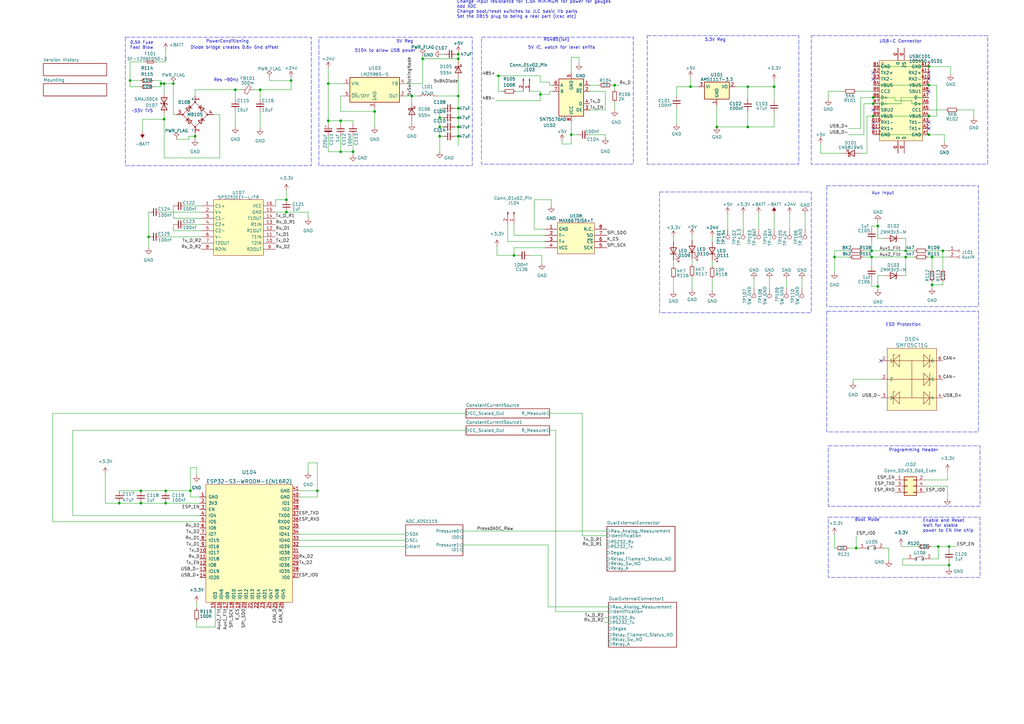
<source format=kicad_sch>
(kicad_sch (version 20230121) (generator eeschema)
  (paper "A3")
  (junction (at 187.96 52.07))
  (junction (at 134.62 49.53))
  (junction (at 187.96 24.13))
  (junction (at 187.96 22.225))
  (junction (at 153.67 45.72))
  (junction (at 381 55.245))
  (junction (at 384.81 224.155))
  (junction (at 187.96 44.45))
  (junction (at 48.895 206.375))
  (junction (at 283.21 35.56))
  (junction (at 381 27.305))
  (junction (at 221.615 38.735))
  (junction (at 180.34 52.07))
  (junction (at 204.47 31.115))
  (junction (at 134.62 34.29))
  (junction (at 144.78 62.23))
  (junction (at 78.105 201.295))
  (junction (at 187.96 55.88))
  (junction (at 67.945 201.295))
  (junction (at 234.315 55.245))
  (junction (at 306.705 52.07))
  (junction (at 106.68 36.83))
  (junction (at 130.175 201.295))
  (junction (at 371.475 102.87))
  (junction (at 358.14 47.625))
  (junction (at 357.505 105.41))
  (junction (at 381 34.925))
  (junction (at 357.505 102.87))
  (junction (at 96.52 36.83))
  (junction (at 139.7 49.53))
  (junction (at 371.475 105.41))
  (junction (at 358.14 40.005))
  (junction (at 139.7 62.23))
  (junction (at 252.095 34.925))
  (junction (at 71.12 34.29))
  (junction (at 360.045 117.475))
  (junction (at 382.27 116.84))
  (junction (at 80.01 55.88))
  (junction (at 342.265 105.41))
  (junction (at 351.155 224.79))
  (junction (at 117.475 81.915))
  (junction (at 67.31 48.895))
  (junction (at 119.38 33.02))
  (junction (at 187.96 48.26))
  (junction (at 67.31 34.29))
  (junction (at 360.045 92.71))
  (junction (at 60.96 97.155))
  (junction (at 382.27 105.41))
  (junction (at 66.04 34.29))
  (junction (at 381 47.625))
  (junction (at 168.91 39.37))
  (junction (at 389.255 224.155))
  (junction (at 53.34 33.02))
  (junction (at 389.255 231.775))
  (junction (at 173.355 24.13))
  (junction (at 317.5 35.56))
  (junction (at 117.475 86.995))
  (junction (at 187.96 39.37))
  (junction (at 306.705 35.56))
  (junction (at 67.945 206.375))
  (junction (at 386.715 102.87))
  (junction (at 210.82 104.775))
  (junction (at 57.785 201.295))
  (junction (at 358.14 42.545))
  (junction (at 180.34 55.88))
  (junction (at 180.34 48.26))
  (junction (at 294.005 52.07))
  (junction (at 57.785 206.375))
  (no_connect (at 358.14 45.085))
  (no_connect (at 381 37.465))
  (no_connect (at 358.14 52.705))
  (no_connect (at 361.315 147.955))
  (no_connect (at 381 50.165))
  (no_connect (at 358.14 32.385))
  (no_connect (at 358.14 50.165))
  (no_connect (at 381 29.845))
  (no_connect (at 381 52.705))
  (no_connect (at 358.14 29.845))
  (no_connect (at 381 32.385))
  (wire (pts (xy 187.96 21.59) (xy 187.96 22.225)))
  (wire (pts (xy 317.5 87.63) (xy 317.5 93.98)))
  (wire (pts (xy 21.59 213.995) (xy 81.915 213.995)))
  (wire (pts (xy 247.65 255.27) (xy 249.555 255.27)))
  (wire (pts (xy 226.695 34.925) (xy 225.425 34.925)))
  (wire (pts (xy 381 27.305) (xy 389.89 27.305)))
  (wire (pts (xy 370.205 97.79) (xy 371.475 97.79)))
  (wire (pts (xy 248.92 219.71) (xy 238.76 219.71)))
  (wire (pts (xy 180.34 48.26) (xy 180.34 52.07)))
  (wire (pts (xy 48.895 201.295) (xy 57.785 201.295)))
  (wire (pts (xy 315.595 114.3) (xy 315.595 118.11)))
  (wire (pts (xy 386.715 115.57) (xy 386.715 116.84)))
  (wire (pts (xy 58.42 48.895) (xy 58.42 53.975)))
  (wire (pts (xy 71.12 46.99) (xy 72.39 46.99)))
  (wire (pts (xy 187.96 32.385) (xy 187.96 39.37)))
  (wire (pts (xy 71.12 34.29) (xy 71.12 46.99)))
  (wire (pts (xy 323.85 87.63) (xy 323.85 93.98)))
  (wire (pts (xy 357.505 117.475) (xy 360.045 117.475)))
  (wire (pts (xy 187.325 22.225) (xy 187.96 22.225)))
  (wire (pts (xy 339.725 37.465) (xy 339.725 40.64)))
  (wire (pts (xy 130.175 189.865) (xy 130.175 201.295)))
  (wire (pts (xy 389.255 224.155) (xy 392.43 224.155)))
  (wire (pts (xy 186.69 52.07) (xy 187.96 52.07)))
  (wire (pts (xy 387.35 55.245) (xy 387.35 58.42)))
  (wire (pts (xy 67.31 64.77) (xy 67.31 48.895)))
  (wire (pts (xy 78.105 201.295) (xy 67.945 201.295)))
  (wire (pts (xy 248.285 55.245) (xy 248.285 56.515)))
  (wire (pts (xy 355.6 47.625) (xy 355.6 62.865)))
  (wire (pts (xy 67.31 46.355) (xy 67.31 48.895)))
  (wire (pts (xy 180.975 22.225) (xy 182.245 22.225)))
  (wire (pts (xy 181.61 44.45) (xy 180.34 44.45)))
  (wire (pts (xy 21.59 169.545) (xy 21.59 213.995)))
  (wire (pts (xy 80.645 254.635) (xy 80.645 257.175)))
  (wire (pts (xy 67.945 206.375) (xy 81.915 206.375)))
  (wire (pts (xy 134.62 34.29) (xy 134.62 49.53)))
  (wire (pts (xy 381.635 224.155) (xy 384.81 224.155)))
  (wire (pts (xy 360.045 92.71) (xy 360.045 90.805)))
  (wire (pts (xy 362.585 97.79) (xy 360.045 97.79)))
  (wire (pts (xy 370.205 229.235) (xy 370.205 231.775)))
  (wire (pts (xy 362.585 224.79) (xy 364.49 224.79)))
  (wire (pts (xy 371.475 97.79) (xy 371.475 102.87)))
  (wire (pts (xy 77.47 57.15) (xy 77.47 55.88)))
  (wire (pts (xy 379.73 199.39) (xy 388.62 199.39)))
  (wire (pts (xy 349.885 155.575) (xy 349.885 156.845)))
  (wire (pts (xy 342.265 102.87) (xy 342.265 105.41)))
  (wire (pts (xy 206.375 37.465) (xy 204.47 37.465)))
  (wire (pts (xy 354.33 55.245) (xy 347.98 55.245)))
  (wire (pts (xy 234.315 23.495) (xy 234.315 29.845)))
  (wire (pts (xy 382.27 105.41) (xy 382.27 110.49)))
  (wire (pts (xy 110.49 33.02) (xy 110.49 31.75)))
  (wire (pts (xy 252.095 34.925) (xy 252.095 36.83)))
  (wire (pts (xy 367.03 41.275) (xy 374.015 41.275)))
  (wire (pts (xy 357.505 105.41) (xy 371.475 105.41)))
  (wire (pts (xy 248.285 45.085) (xy 241.935 45.085)))
  (wire (pts (xy 370.205 113.03) (xy 371.475 113.03)))
  (wire (pts (xy 57.785 35.56) (xy 53.34 35.56)))
  (wire (pts (xy 306.705 45.72) (xy 306.705 52.07)))
  (wire (pts (xy 304.8 87.63) (xy 304.8 93.98)))
  (wire (pts (xy 66.04 86.995) (xy 82.55 86.995)))
  (wire (pts (xy 388.62 199.39) (xy 388.62 204.47)))
  (wire (pts (xy 294.005 43.18) (xy 294.005 52.07)))
  (wire (pts (xy 82.55 97.155) (xy 66.04 97.155)))
  (wire (pts (xy 389.89 27.305) (xy 389.89 30.48)))
  (wire (pts (xy 342.265 219.075) (xy 342.265 224.79)))
  (wire (pts (xy 358.14 40.005) (xy 367.03 40.005)))
  (wire (pts (xy 277.495 39.37) (xy 277.495 35.56)))
  (wire (pts (xy 354.33 42.545) (xy 358.14 42.545)))
  (wire (pts (xy 347.98 52.705) (xy 353.06 52.705)))
  (wire (pts (xy 186.69 48.26) (xy 187.96 48.26)))
  (wire (pts (xy 219.075 81.915) (xy 219.075 93.98)))
  (wire (pts (xy 72.39 57.15) (xy 77.47 57.15)))
  (wire (pts (xy 382.27 115.57) (xy 382.27 116.84)))
  (wire (pts (xy 208.28 99.06) (xy 208.28 92.075)))
  (wire (pts (xy 379.73 196.85) (xy 388.62 196.85)))
  (wire (pts (xy 173.355 24.13) (xy 187.96 24.13)))
  (wire (pts (xy 369.57 40.005) (xy 369.57 42.545)))
  (wire (pts (xy 382.27 105.41) (xy 388.62 105.41)))
  (wire (pts (xy 126.365 89.535) (xy 126.365 86.995)))
  (wire (pts (xy 126.365 86.995) (xy 117.475 86.995)))
  (wire (pts (xy 67.31 48.895) (xy 58.42 48.895)))
  (wire (pts (xy 317.5 35.56) (xy 317.5 41.275)))
  (wire (pts (xy 283.21 31.75) (xy 283.21 35.56)))
  (wire (pts (xy 90.17 46.99) (xy 87.63 46.99)))
  (wire (pts (xy 358.14 55.245) (xy 381 55.245)))
  (wire (pts (xy 353.06 40.005) (xy 358.14 40.005)))
  (wire (pts (xy 348.615 102.87) (xy 342.265 102.87)))
  (wire (pts (xy 381 47.625) (xy 384.175 47.625)))
  (wire (pts (xy 389.255 231.775) (xy 389.255 233.045)))
  (wire (pts (xy 48.895 206.375) (xy 43.18 206.375)))
  (wire (pts (xy 292.1 114.3) (xy 292.1 119.38)))
  (wire (pts (xy 353.06 52.705) (xy 353.06 40.005)))
  (wire (pts (xy 250.825 34.925) (xy 252.095 34.925)))
  (wire (pts (xy 306.705 35.56) (xy 306.705 40.64)))
  (wire (pts (xy 399.415 45.085) (xy 399.415 48.26)))
  (wire (pts (xy 71.12 94.615) (xy 71.12 92.075)))
  (wire (pts (xy 276.225 106.68) (xy 276.225 109.22)))
  (wire (pts (xy 130.175 201.295) (xy 122.555 201.295)))
  (wire (pts (xy 225.425 38.735) (xy 221.615 38.735)))
  (wire (pts (xy 301.625 35.56) (xy 306.705 35.56)))
  (wire (pts (xy 283.845 106.045) (xy 283.845 108.585)))
  (wire (pts (xy 187.96 44.45) (xy 187.96 48.26)))
  (wire (pts (xy 203.835 104.775) (xy 210.82 104.775)))
  (wire (pts (xy 384.175 34.925) (xy 384.175 47.625)))
  (wire (pts (xy 60.96 86.995) (xy 60.96 97.155)))
  (wire (pts (xy 77.47 55.88) (xy 80.01 55.88)))
  (wire (pts (xy 292.1 106.68) (xy 292.1 109.22)))
  (wire (pts (xy 317.5 52.07) (xy 306.705 52.07)))
  (wire (pts (xy 67.31 34.29) (xy 67.31 38.735)))
  (wire (pts (xy 381 45.085) (xy 387.985 45.085)))
  (wire (pts (xy 252.095 34.925) (xy 254 34.925)))
  (wire (pts (xy 90.17 64.77) (xy 67.31 64.77)))
  (wire (pts (xy 104.14 36.83) (xy 106.68 36.83)))
  (wire (pts (xy 82.55 89.535) (xy 71.12 89.535)))
  (wire (pts (xy 144.78 55.88) (xy 144.78 62.23)))
  (wire (pts (xy 221.615 41.275) (xy 221.615 38.735)))
  (wire (pts (xy 210.82 96.52) (xy 210.82 92.075)))
  (wire (pts (xy 357.505 99.06) (xy 357.505 102.87)))
  (wire (pts (xy 292.1 97.155) (xy 292.1 99.06)))
  (wire (pts (xy 76.2 84.455) (xy 82.55 84.455)))
  (wire (pts (xy 134.62 62.23) (xy 139.7 62.23)))
  (wire (pts (xy 67.945 20.32) (xy 67.945 25.4)))
  (wire (pts (xy 317.5 33.02) (xy 317.5 35.56)))
  (wire (pts (xy 249.555 248.92) (xy 224.79 248.92)))
  (wire (pts (xy 374.015 41.275) (xy 374.015 42.545)))
  (wire (pts (xy 53.34 35.56) (xy 53.34 33.02)))
  (wire (pts (xy 80.01 55.88) (xy 80.01 57.15)))
  (wire (pts (xy 357.505 102.87) (xy 371.475 102.87)))
  (wire (pts (xy 113.03 86.995) (xy 117.475 86.995)))
  (wire (pts (xy 236.855 55.245) (xy 234.315 55.245)))
  (wire (pts (xy 358.14 27.305) (xy 381 27.305)))
  (wire (pts (xy 384.81 224.155) (xy 389.255 224.155)))
  (wire (pts (xy 234.315 59.055) (xy 234.315 55.245)))
  (wire (pts (xy 371.475 105.41) (xy 375.285 105.41)))
  (wire (pts (xy 153.67 45.72) (xy 153.67 52.07)))
  (wire (pts (xy 57.785 201.295) (xy 67.945 201.295)))
  (wire (pts (xy 384.81 229.235) (xy 384.81 224.155)))
  (wire (pts (xy 230.505 59.055) (xy 234.315 59.055)))
  (wire (pts (xy 227.965 250.825) (xy 227.965 176.53)))
  (wire (pts (xy 370.205 231.775) (xy 389.255 231.775)))
  (wire (pts (xy 386.715 116.84) (xy 382.27 116.84)))
  (wire (pts (xy 134.62 49.53) (xy 139.7 49.53)))
  (wire (pts (xy 221.615 37.465) (xy 221.615 38.735)))
  (wire (pts (xy 382.27 229.235) (xy 384.81 229.235)))
  (wire (pts (xy 80.01 36.83) (xy 96.52 36.83)))
  (wire (pts (xy 203.2 31.115) (xy 204.47 31.115)))
  (wire (pts (xy 277.495 44.45) (xy 277.495 50.8)))
  (wire (pts (xy 203.835 100.965) (xy 203.835 104.775)))
  (wire (pts (xy 90.17 46.99) (xy 90.17 64.77)))
  (wire (pts (xy 187.96 24.13) (xy 187.96 24.765)))
  (wire (pts (xy 180.34 52.07) (xy 180.34 55.88)))
  (wire (pts (xy 187.96 55.88) (xy 187.96 59.69)))
  (wire (pts (xy 139.7 62.23) (xy 144.78 62.23)))
  (wire (pts (xy 204.47 37.465) (xy 204.47 31.115)))
  (wire (pts (xy 241.935 55.245) (xy 248.285 55.245)))
  (wire (pts (xy 224.79 223.52) (xy 189.865 223.52)))
  (wire (pts (xy 126.365 189.865) (xy 130.175 189.865)))
  (wire (pts (xy 106.68 36.83) (xy 119.38 36.83)))
  (wire (pts (xy 82.55 94.615) (xy 71.12 94.615)))
  (wire (pts (xy 248.285 37.465) (xy 248.285 45.085)))
  (wire (pts (xy 360.045 117.475) (xy 360.045 118.745)))
  (wire (pts (xy 180.34 52.07) (xy 181.61 52.07)))
  (wire (pts (xy 153.67 44.45) (xy 153.67 45.72)))
  (wire (pts (xy 71.12 89.535) (xy 71.12 84.455)))
  (wire (pts (xy 353.06 62.865) (xy 355.6 62.865)))
  (wire (pts (xy 139.7 39.37) (xy 139.7 45.72)))
  (wire (pts (xy 224.79 248.92) (xy 224.79 223.52)))
  (wire (pts (xy 238.76 219.71) (xy 238.76 169.545)))
  (wire (pts (xy 342.265 224.79) (xy 342.9 224.79)))
  (wire (pts (xy 217.17 104.775) (xy 222.25 104.775)))
  (wire (pts (xy 144.78 62.23) (xy 144.78 63.5)))
  (wire (pts (xy 328.93 114.3) (xy 328.93 118.11)))
  (wire (pts (xy 330.2 87.63) (xy 330.2 93.98)))
  (wire (pts (xy 336.55 62.865) (xy 345.44 62.865)))
  (wire (pts (xy 80.645 191.77) (xy 80.645 194.945)))
  (wire (pts (xy 43.18 194.31) (xy 43.18 206.375)))
  (wire (pts (xy 67.31 34.29) (xy 71.12 34.29)))
  (wire (pts (xy 173.355 34.29) (xy 173.355 24.13)))
  (wire (pts (xy 106.68 36.83) (xy 106.68 40.64)))
  (wire (pts (xy 361.315 155.575) (xy 349.885 155.575)))
  (wire (pts (xy 369.57 224.155) (xy 369.57 223.52)))
  (wire (pts (xy 203.2 41.275) (xy 221.615 41.275)))
  (wire (pts (xy 210.82 101.6) (xy 210.82 104.775)))
  (wire (pts (xy 166.37 39.37) (xy 168.91 39.37)))
  (wire (pts (xy 351.155 219.71) (xy 351.155 224.79)))
  (wire (pts (xy 226.695 37.465) (xy 225.425 37.465)))
  (wire (pts (xy 66.04 33.02) (xy 66.04 34.29)))
  (wire (pts (xy 80.645 247.015) (xy 80.645 249.555)))
  (wire (pts (xy 180.34 55.88) (xy 181.61 55.88)))
  (wire (pts (xy 357.505 92.71) (xy 360.045 92.71)))
  (wire (pts (xy 357.505 114.3) (xy 357.505 117.475)))
  (wire (pts (xy 186.69 44.45) (xy 187.96 44.45)))
  (wire (pts (xy 388.62 196.85) (xy 388.62 193.04)))
  (wire (pts (xy 59.055 25.4) (xy 53.34 25.4)))
  (wire (pts (xy 21.59 169.545) (xy 191.135 169.545)))
  (wire (pts (xy 347.98 224.79) (xy 351.155 224.79)))
  (wire (pts (xy 360.045 113.03) (xy 360.045 117.475)))
  (wire (pts (xy 358.14 37.465) (xy 351.155 37.465)))
  (wire (pts (xy 168.91 49.53) (xy 168.91 50.8)))
  (wire (pts (xy 113.03 84.455) (xy 113.03 81.915)))
  (wire (pts (xy 187.96 39.37) (xy 187.96 44.45)))
  (wire (pts (xy 210.82 104.775) (xy 212.09 104.775)))
  (wire (pts (xy 217.17 37.465) (xy 221.615 37.465)))
  (wire (pts (xy 187.96 52.07) (xy 187.96 55.88)))
  (wire (pts (xy 180.34 48.26) (xy 181.61 48.26)))
  (wire (pts (xy 29.845 211.455) (xy 81.915 211.455)))
  (wire (pts (xy 226.06 81.915) (xy 219.075 81.915)))
  (wire (pts (xy 226.06 84.455) (xy 226.06 81.915)))
  (wire (pts (xy 371.475 105.41) (xy 371.475 113.03)))
  (wire (pts (xy 99.06 36.83) (xy 96.52 36.83)))
  (wire (pts (xy 322.58 114.3) (xy 322.58 118.11)))
  (wire (pts (xy 380.365 105.41) (xy 382.27 105.41)))
  (wire (pts (xy 221.615 31.115) (xy 221.615 33.655)))
  (wire (pts (xy 191.135 176.53) (xy 29.845 176.53)))
  (wire (pts (xy 53.34 25.4) (xy 53.34 33.02)))
  (wire (pts (xy 180.34 55.88) (xy 180.34 62.23)))
  (wire (pts (xy 180.34 44.45) (xy 180.34 48.26)))
  (wire (pts (xy 283.21 35.56) (xy 286.385 35.56)))
  (wire (pts (xy 249.555 250.825) (xy 227.965 250.825)))
  (wire (pts (xy 389.255 230.505) (xy 389.255 231.775)))
  (wire (pts (xy 139.7 45.72) (xy 153.67 45.72)))
  (wire (pts (xy 381 34.925) (xy 384.175 34.925)))
  (wire (pts (xy 306.705 52.07) (xy 294.005 52.07)))
  (wire (pts (xy 106.68 45.72) (xy 106.68 52.705)))
  (wire (pts (xy 88.265 257.175) (xy 88.265 249.555)))
  (wire (pts (xy 247.65 253.365) (xy 249.555 253.365)))
  (wire (pts (xy 173.355 24.13) (xy 173.355 22.86)))
  (wire (pts (xy 357.505 109.22) (xy 357.505 105.41)))
  (wire (pts (xy 119.38 33.02) (xy 119.38 36.83)))
  (wire (pts (xy 60.96 97.155) (xy 60.96 101.6)))
  (wire (pts (xy 393.065 45.085) (xy 399.415 45.085)))
  (wire (pts (xy 187.96 22.225) (xy 187.96 24.13)))
  (wire (pts (xy 139.7 49.53) (xy 144.78 49.53)))
  (wire (pts (xy 353.695 102.87) (xy 357.505 102.87)))
  (wire (pts (xy 186.69 55.88) (xy 187.96 55.88)))
  (wire (pts (xy 80.01 39.37) (xy 80.01 36.83)))
  (wire (pts (xy 311.15 87.63) (xy 311.15 93.98)))
  (wire (pts (xy 179.07 39.37) (xy 187.96 39.37)))
  (wire (pts (xy 348.615 105.41) (xy 342.265 105.41)))
  (wire (pts (xy 67.945 25.4) (xy 64.135 25.4)))
  (wire (pts (xy 80.645 191.77) (xy 78.105 191.77)))
  (wire (pts (xy 358.14 42.545) (xy 369.57 42.545)))
  (wire (pts (xy 225.425 34.925) (xy 225.425 33.655)))
  (wire (pts (xy 168.91 41.91) (xy 168.91 39.37)))
  (wire (pts (xy 336.55 59.055) (xy 336.55 62.865)))
  (wire (pts (xy 351.155 224.79) (xy 352.425 224.79)))
  (wire (pts (xy 357.505 93.98) (xy 357.505 92.71)))
  (wire (pts (xy 386.715 102.87) (xy 388.62 102.87)))
  (wire (pts (xy 80.01 54.61) (xy 80.01 55.88)))
  (wire (pts (xy 96.52 36.83) (xy 96.52 40.64)))
  (wire (pts (xy 168.91 39.37) (xy 171.45 39.37)))
  (wire (pts (xy 342.265 105.41) (xy 342.265 111.76)))
  (wire (pts (xy 134.62 34.29) (xy 140.97 34.29)))
  (wire (pts (xy 78.105 203.835) (xy 78.105 201.295)))
  (wire (pts (xy 144.78 49.53) (xy 144.78 50.8)))
  (wire (pts (xy 113.03 81.915) (xy 117.475 81.915)))
  (wire (pts (xy 110.49 33.02) (xy 119.38 33.02)))
  (wire (pts (xy 48.895 206.375) (xy 57.785 206.375)))
  (wire (pts (xy 187.96 48.26) (xy 187.96 52.07)))
  (wire (pts (xy 362.585 113.03) (xy 360.045 113.03)))
  (wire (pts (xy 53.34 33.02) (xy 57.785 33.02)))
  (wire (pts (xy 130.175 203.835) (xy 130.175 201.295)))
  (wire (pts (xy 358.14 47.625) (xy 381 47.625)))
  (wire (pts (xy 354.33 42.545) (xy 354.33 55.245)))
  (wire (pts (xy 276.225 114.3) (xy 276.225 119.38)))
  (wire (pts (xy 241.935 34.925) (xy 245.745 34.925)))
  (wire (pts (xy 189.865 217.805) (xy 248.92 217.805)))
  (wire (pts (xy 371.475 102.87) (xy 375.285 102.87)))
  (wire (pts (xy 234.315 55.245) (xy 234.315 50.165)))
  (wire (pts (xy 238.76 169.545) (xy 225.425 169.545)))
  (wire (pts (xy 234.315 23.495) (xy 237.49 23.495)))
  (wire (pts (xy 62.865 33.02) (xy 66.04 33.02)))
  (wire (pts (xy 223.52 101.6) (xy 210.82 101.6)))
  (wire (pts (xy 76.2 92.075) (xy 82.55 92.075)))
  (wire (pts (xy 374.015 42.545) (xy 381 42.545)))
  (wire (pts (xy 382.27 116.84) (xy 382.27 118.11)))
  (wire (pts (xy 241.935 37.465) (xy 248.285 37.465)))
  (wire (pts (xy 126.365 193.675) (xy 126.365 189.865)))
  (wire (pts (xy 81.915 203.835) (xy 78.105 203.835)))
  (wire (pts (xy 122.555 219.075) (xy 166.37 219.075)))
  (wire (pts (xy 78.105 191.77) (xy 78.105 201.295)))
  (wire (pts (xy 166.37 34.29) (xy 173.355 34.29)))
  (wire (pts (xy 309.245 114.3) (xy 309.245 118.11)))
  (wire (pts (xy 223.52 99.06) (xy 208.28 99.06)))
  (wire (pts (xy 122.555 224.155) (xy 166.37 224.155)))
  (wire (pts (xy 298.45 87.63) (xy 298.45 93.98)))
  (wire (pts (xy 283.845 113.665) (xy 283.845 118.745)))
  (wire (pts (xy 358.14 34.925) (xy 381 34.925)))
  (wire (pts (xy 134.62 55.88) (xy 134.62 62.23)))
  (wire (pts (xy 219.075 93.98) (xy 223.52 93.98)))
  (wire (pts (xy 139.7 49.53) (xy 139.7 50.8)))
  (wire (pts (xy 237.49 26.035) (xy 237.49 23.495)))
  (wire (pts (xy 317.5 46.355) (xy 317.5 52.07)))
  (wire (pts (xy 389.255 224.155) (xy 389.255 225.425)))
  (wire (pts (xy 277.495 35.56) (xy 283.21 35.56)))
  (wire (pts (xy 223.52 96.52) (xy 210.82 96.52)))
  (wire (pts (xy 211.455 37.465) (xy 214.63 37.465)))
  (wire (pts (xy 381 55.245) (xy 387.35 55.245)))
  (wire (pts (xy 225.425 33.655) (xy 221.615 33.655)))
  (wire (pts (xy 364.49 224.79) (xy 364.49 229.87)))
  (wire (pts (xy 66.04 34.29) (xy 66.04 35.56)))
  (wire (pts (xy 367.03 40.005) (xy 367.03 41.275)))
  (wire (pts (xy 29.845 176.53) (xy 29.845 211.455)))
  (wire (pts (xy 283.845 96.52) (xy 283.845 98.425)))
  (wire (pts (xy 306.705 35.56) (xy 317.5 35.56)))
  (wire (pts (xy 119.38 33.02) (xy 119.38 31.75)))
  (wire (pts (xy 386.715 102.87) (xy 386.715 110.49)))
  (wire (pts (xy 353.695 105.41) (xy 357.505 105.41)))
  (wire (pts (xy 122.555 221.615) (xy 166.37 221.615)))
  (wire (pts (xy 225.425 37.465) (xy 225.425 38.735)))
  (wire (pts (xy 96.52 45.72) (xy 96.52 52.07)))
  (wire (pts (xy 204.47 31.115) (xy 221.615 31.115)))
  (wire (pts (xy 134.62 49.53) (xy 134.62 50.8)))
  (wire (pts (xy 360.045 97.79) (xy 360.045 92.71)))
  (wire (pts (xy 276.225 97.155) (xy 276.225 99.06)))
  (wire (pts (xy 222.25 104.775) (xy 222.25 107.95)))
  (wire (pts (xy 381 40.005) (xy 369.57 40.005)))
  (wire (pts (xy 122.555 203.835) (xy 130.175 203.835)))
  (wire (pts (xy 370.205 229.235) (xy 372.11 229.235)))
  (wire (pts (xy 80.645 257.175) (xy 88.265 257.175)))
  (wire (pts (xy 62.865 35.56) (xy 66.04 35.56)))
  (wire (pts (xy 225.425 176.53) (xy 227.965 176.53)))
  (wire (pts (xy 57.785 206.375) (xy 67.945 206.375)))
  (wire (pts (xy 117.475 78.105) (xy 117.475 81.915)))
  (wire (pts (xy 346.075 37.465) (xy 339.725 37.465)))
  (wire (pts (xy 139.7 39.37) (xy 140.97 39.37)))
  (wire (pts (xy 139.7 55.88) (xy 139.7 62.23)))
  (wire (pts (xy 230.505 57.785) (xy 230.505 59.055)))
  (wire (pts (xy 376.555 224.155) (xy 369.57 224.155)))
  (wire (pts (xy 252.095 41.91) (xy 252.095 45.085)))
  (wire (pts (xy 380.365 102.87) (xy 386.715 102.87)))
  (wire (pts (xy 66.04 34.29) (xy 67.31 34.29)))
  (wire (pts (xy 134.62 27.94) (xy 134.62 34.29)))
  (wire (pts (xy 355.6 47.625) (xy 358.14 47.625)))
  (rectangle (start 265.43 14.605) (end 327.66 67.31) (stroke (width 0) (type dash)))
  (rectangle (start 270.51 78.74) (end 332.74 128.27) (stroke (width 0) (type dash)))
  (rectangle (start 197.485 15.24) (end 259.715 67.31) (stroke (width 0) (type dash)))
  (rectangle (start 339.09 127.635) (end 401.32 177.165) (stroke (width 0) (type dash)))
  (rectangle (start 339.725 212.09) (end 401.955 236.855) (stroke (width 0) (type dash)))
  (rectangle (start 130.81 15.24) (end 193.675 67.945) (stroke (width 0) (type dash)))
  (rectangle (start 332.74 14.605) (end 405.13 67.31) (stroke (width 0) (type dash)))
  (rectangle (start 339.725 182.88) (end 401.955 207.645) (stroke (width 0) (type dash)))
  (rectangle (start 51.435 15.24) (end 127.635 67.945) (stroke (width 0) (type dash)))
  (rectangle (start 339.09 76.2) (end 401.32 125.73) (stroke (width 0) (type dash)))
  (text "0.5A Fuse\nFast Blow" (at 53.34 20.32 0) (effects (font (size 1.27 1.27)) (justify left bottom)))
  (text "5V IC, watch for level shifts" (at 216.535 20.32 0) (effects (font (size 1.27 1.27)) (justify left bottom)))
  (text "Res ~90Hz" (at 87.63 33.655 0) (effects (font (size 1.27 1.27)) (justify left bottom)))
  (text "USB-C Connector" (at 360.68 17.78 0) (effects (font (size 1.27 1.27)) (justify left bottom)))
  (text "RS485(ish)" (at 222.885 17.145 0) (effects (font (size 1.27 1.27)) (justify left bottom)))
  (text "Diode bridge creates 0.6v Gnd offset" (at 78.105 20.32 0) (effects (font (size 1.27 1.27)) (justify left bottom)))
  (text "TODO\nChange input resistance for 1.5A minimum for power for gauges\nAdd ADC\nChange boot/reset switches to JLC basic lib parts\nSet the DB15 plug to being a real part (lcsc etc)" (at 187.325 7.62 0) (effects (font (size 1.27 1.27)) (justify left bottom)))
  (text "Enable and Reset\nWait for stable \npower to EN the chip" (at 378.46 218.44 0) (effects (font (size 1.27 1.27)) (justify left bottom)))
  (text "~33V TVS" (at 53.975 46.355 0) (effects (font (size 1.27 1.27)) (justify left bottom)))
  (text "Boot Mode" (at 350.52 213.995 0) (effects (font (size 1.27 1.27)) (justify left bottom)))
  (text "Aux Input" (at 357.505 80.01 0) (effects (font (size 1.27 1.27)) (justify left bottom)))
  (text "3.3V Reg" (at 288.925 17.145 0) (effects (font (size 1.27 1.27)) (justify left bottom)))
  (text "Programming Header" (at 364.49 185.42 0) (effects (font (size 1.27 1.27)) (justify left bottom)))
  (text "ESD Protection" (at 363.22 133.985 0) (effects (font (size 1.27 1.27)) (justify left bottom)))
  (text "D104 to allow USB power" (at 145.415 21.59 0) (effects (font (size 1.27 1.27)) (justify left bottom)))
  (text "PowerConditioning" (at 84.455 17.78 0) (effects (font (size 1.27 1.27)) (justify left bottom)))
  (text "5V Reg" (at 162.56 17.78 0) (effects (font (size 1.27 1.27)) (justify left bottom)))
  (label "Press0ADC_Raw" (at 195.58 217.805 0))
  (label "Aux2_Filt" (at 360.68 105.41 0))
  (label "SPI_SDO" (at 100.965 249.555 270))
  (label "Rx_D_R2" (at 247.65 255.27 180))
  (label "Tx_D_R2" (at 82.55 99.695 180))
  (label "Rx_D_R1" (at 113.03 92.075 0))
  (label "Rx_D" (at 81.915 229.235 180))
  (label "USB_D+" (at 347.98 52.705 180))
  (label "SPI_SDO" (at 248.92 96.52 0))
  (label "ESP_EN" (at 81.915 208.915 180))
  (label "ESP_TXD" (at 122.555 211.455 0))
  (label "Tx_EN" (at 81.915 231.775 180))
  (label "CAN_D" (at 113.665 249.555 270))
  (label "Aux2_Filt" (at 90.805 249.555 270))
  (label "SPI_SCK" (at 95.885 249.555 270))
  (label "485-" (at 203.2 41.275 180))
  (label "485+" (at 203.2 31.115 180))
  (label "K_CS" (at 98.425 249.555 270))
  (label "USB_D-" (at 361.315 163.195 180))
  (label "Tx_D_R1" (at 113.03 89.535 0))
  (label "CAN-" (at 386.715 155.575 0))
  (label "USB_D+" (at 81.915 236.855 180))
  (label "Rx_D_R1" (at 247.015 224.155 180))
  (label "Tx_EN" (at 241.935 45.085 0))
  (label "5vB4Diode" (at 187.96 34.29 180))
  (label "ESP_EN" (at 367.03 196.85 180))
  (label "Tx_D2" (at 81.915 219.075 180))
  (label "Tx_D_R1" (at 247.015 222.25 180))
  (label "ESP_TXD" (at 367.03 199.39 180))
  (label "ESP_IO0" (at 379.73 201.93 0))
  (label "K_CS" (at 248.92 99.06 0))
  (label "SPI_SCK" (at 248.92 101.6 0))
  (label "CAN_R" (at 116.205 249.555 270))
  (label "Rx_D1" (at 113.03 94.615 0))
  (label "Tx_D1" (at 113.03 97.155 0))
  (label "ESP_RXD" (at 122.555 213.995 0))
  (label "USB_D-" (at 347.98 55.245 180))
  (label "CAN+" (at 386.715 147.955 0))
  (label "Rx_D_R2" (at 82.55 102.235 180))
  (label "Tx_D1" (at 81.915 224.155 180))
  (label "Tx_D2" (at 113.03 99.695 0))
  (label "ESP_IO0" (at 351.155 219.71 0))
  (label "Tx_D_R2" (at 247.65 253.365 180))
  (label "USB_D+" (at 386.715 163.195 0))
  (label "ESP_RXD" (at 367.03 201.93 180))
  (label "ESP_EN" (at 392.43 224.155 0))
  (label "ESP_IO0" (at 122.555 236.855 0))
  (label "Rx_D2" (at 81.915 216.535 180))
  (label "Aux1_Filt" (at 360.68 102.87 0))
  (label "Tx_D" (at 241.935 42.545 0))
  (label "Tx_D" (at 81.915 226.695 180))
  (label "Rx_D1" (at 81.915 221.615 180))
  (label "5vSwitchingNode" (at 168.91 39.37 90))
  (label "Aux1_Filt" (at 93.345 249.555 270))
  (label "Rx_D2" (at 122.555 229.235 0))
  (label "Rx_D2" (at 113.03 102.235 0))
  (label "Rx_D" (at 254 34.925 0))
  (label "USB_D-" (at 81.915 234.315 180))
  (label "Tx_D2" (at 122.555 231.775 0))
  (symbol (lib_id "Connector:Conn_01x02_Pin") (at 210.82 86.995 270) (unit 1)
    (property "Reference" "J104" (at 208.28 83.185 90) (effects (justify left)))
    (property "Value" "Conn_01x02_Pin" (at 202.565 81.28 90) (effects (justify left)))
  )
  (symbol (lib_id "PGD-Library:TestPoint") (at 323.85 93.98 180) (unit 1)
    (property "Reference" "TP105" (at 320.04 100.33 90) (effects (justify right)))
    (property "Value" "TP+24" (at 321.945 100.965 90) (effects (justify right)))
    (property "Footprint" "TestPoint:TestPoint_Pad_2.0x2.0mm" (effects hide))
  )
  (symbol (lib_id "power:+BATT") (at 311.15 87.63 0) (unit 1)
    (property "Reference" "#PWR0142" (effects hide))
    (property "Value" "+BATT" (at 311.15 83.82 0))
  )
  (symbol (lib_id "power:GND") (at 315.595 114.3 180) (unit 1)
    (property "Reference" "#PWR0147" (effects hide))
    (property "Value" "GND" (at 315.595 110.7981 0))
  )
  (symbol (lib_id "PGD-Library:LED") (at 292.1 102.87 90) (unit 1)
    (property "Reference" "D111" (at 296.545 104.775 90))
    (property "Value" "LED" (at 295.91 102.87 90))
    (property "Footprint" "LED_SMD:LED_0603_1608Metric" (effects hide))
    (property "LCSC Part" "C72043" (effects hide))
    (property "JLC Part" "Basic Part" (effects hide))
  )
  (symbol (lib_id "power:GND") (at 328.93 114.3 180) (unit 1)
    (property "Reference" "#PWR0149" (effects hide))
    (property "Value" "GND" (at 328.93 110.7981 0))
  )
  (symbol (lib_id "PGD-Library:C_Small") (at 277.495 41.91 180) (unit 1)
    (property "Reference" "C101" (at 269.875 41.275 0) (effects (justify right)))
    (property "Value" "100nf" (at 269.875 43.18 0) (effects (justify right)))
    (property "Footprint" "Capacitor_SMD:C_0805_2012Metric" (effects hide))
    (property "Datasheet" "https://jlcpcb.com/partdetail/28983-CL21B104KCFNNNE/C28233" (effects hide))
    (property "LCSC Part" "C28233" (effects hide))
    (property "JLC Part" "Basic Part" (effects hide))
  )
  (symbol (lib_id "PGD-Library:Conn_02x03_Odd_Even") (at 372.11 199.39 0) (unit 1)
    (property "Reference" "J102" (at 373.38 190.5 0))
    (property "Value" "Conn_02x03_Odd_Even" (at 373.38 193.04 0))
    (property "Footprint" "Connector_PinHeader_2.54mm:PinHeader_2x03_P2.54mm_Vertical" (effects hide))
    (property "LCSC Part" "C492420" (effects hide))
    (property "JLC Part" "Extended Part" (effects hide))
  )
  (symbol (lib_id "PGD-Library:C_Small") (at 67.945 203.835 180) (unit 1)
    (property "Reference" "C119" (at 70.485 203.2 0) (effects (justify right)))
    (property "Value" "100nf" (at 70.485 205.105 0) (effects (justify right)))
    (property "Footprint" "Capacitor_SMD:C_0805_2012Metric" (effects hide))
    (property "Datasheet" "https://jlcpcb.com/partdetail/28983-CL21B104KCFNNNE/C28233" (effects hide))
    (property "LCSC Part" "C28233" (effects hide))
    (property "JLC Part" "Basic Part" (effects hide))
  )
  (symbol (lib_id "PGD-Library:C_Small") (at 96.52 43.18 0) (unit 1)
    (property "Reference" "C115" (at 97.155 41.275 0) (effects (justify left)))
    (property "Value" "10uF" (at 97.155 45.085 0) (effects (justify left)))
    (property "Footprint" "Capacitor_SMD:C_1206_3216Metric" (effects hide))
    (property "Datasheet" "https://www.lcsc.com/product-detail/Multilayer-Ceramic-Capacitors-MLCC-SMD-SMT_Samsung-Electro-Mechanics-CL31A106KBHNNNE_C13585.html" (effects hide))
    (property "LCSC Part" "C13585" (effects hide))
    (property "JLC Part" "Basic Part" (effects hide))
  )
  (symbol (lib_id "power:-BATT") (at 58.42 53.975 180) (unit 1)
    (property "Reference" "#PWR0130" (effects hide))
    (property "Value" "-BATT" (at 58.42 59.055 0))
  )
  (symbol (lib_id "power:+5V") (at 336.55 59.055 0) (unit 1)
    (property "Reference" "#PWR0105" (effects hide))
    (property "Value" "+5V" (at 336.55 55.245 0))
  )
  (symbol (lib_id "power:GND") (at 276.225 119.38 0) (unit 1)
    (property "Reference" "#PWR0135" (effects hide))
    (property "Value" "GND" (at 276.225 123.5155 0))
  )
  (symbol (lib_id "PGD-Library:TestPoint") (at 315.595 118.11 180) (unit 1)
    (property "Reference" "TP108" (at 311.785 124.46 90) (effects (justify right)))
    (property "Value" "SW_GND" (at 313.69 125.095 90) (effects (justify right)))
    (property "Footprint" "TestPoint:TestPoint_Pad_2.0x2.0mm" (effects hide))
  )
  (symbol (lib_id "power:+5V") (at 298.45 87.63 0) (unit 1)
    (property "Reference" "#PWR0140" (effects hide))
    (property "Value" "+5V" (at 298.45 83.82 0))
  )
  (symbol (lib_id "PGD-Library:TestPoint") (at 328.93 118.11 180) (unit 1)
    (property "Reference" "TP110" (at 325.12 124.46 90) (effects (justify right)))
    (property "Value" "SW_GND" (at 327.025 125.095 90) (effects (justify right)))
    (property "Footprint" "TestPoint:TestPoint_Pad_2.0x2.0mm" (effects hide))
  )
  (symbol (lib_id "PGD-Library:C_Small") (at 48.895 203.835 0) (unit 1)
    (property "Reference" "C117" (at 50.165 202.565 0) (effects (justify left)))
    (property "Value" "47uF" (at 50.165 205.105 0) (effects (justify left)))
    (property "Footprint" "Capacitor_SMD:C_1206_3216Metric" (effects hide))
    (property "Datasheet" "https://jlcpcb.com/partdetail/97327-CL31A476MPHNNNE/C96123" (effects hide))
    (property "LCSC Part" "C96123" (effects hide))
    (property "JLC Part" "Basic Part" (effects hide))
  )
  (symbol (lib_id "easyeda2kicad:GT-TC060A-H025-L1") (at 357.505 224.79 0) (unit 1)
    (property "Reference" "U105" (at 357.505 222.25 0))
    (property "Value" "SW-SMD_L6.1-W3.5-LS8.0" (effects hide))
    (property "Footprint" "easyeda2kicad:SW-SMD_L6.1-W3.5-LS8.0" (effects hide))
    (property "Manufacturer" "G-Switch(品赞)" (effects hide))
    (property "LCSC Part" "C5117870" (effects hide))
    (property "JLC Part" "Extended Part" (effects hide))
  )
  (symbol (lib_id "power:+24V") (at 323.85 87.63 0) (unit 1)
    (property "Reference" "#PWR0144" (effects hide))
    (property "Value" "+24V" (at 323.85 83.82 0))
  )
  (symbol (lib_id "PGD-Library:C_Small") (at 144.78 53.34 180) (unit 1)
    (property "Reference" "C113" (at 146.05 59.69 90) (effects (justify right)))
    (property "Value" "100nf" (at 143.51 60.325 90) (effects (justify right)))
    (property "Footprint" "Capacitor_SMD:C_0805_2012Metric" (effects hide))
    (property "Datasheet" "https://jlcpcb.com/partdetail/28983-CL21B104KCFNNNE/C28233" (effects hide))
    (property "LCSC Part" "C28233" (effects hide))
    (property "JLC Part" "Basic Part" (effects hide))
  )
  (symbol (lib_id "PGD-Library:D_Zener") (at 366.395 97.79 180) (unit 1)
    (property "Reference" "D102" (at 366.395 92.71 0))
    (property "Value" "ZMM3V3-M" (at 366.395 95.25 0))
    (property "Footprint" "Diode_SMD:D_MiniMELF" (effects hide))
    (property "Datasheet" "file:///D:/jake/Downloads/ZMM3V3-M.pdf" (effects hide))
    (property "LCSC Part" "C8056" (effects hide))
    (property "JLC Part" "Basic Part" (effects hide))
  )
  (symbol (lib_id "PGD-Library:LED") (at 276.225 102.87 90) (unit 1)
    (property "Reference" "D109" (at 280.67 104.775 90))
    (property "Value" "LED" (at 280.035 102.87 90))
    (property "Footprint" "LED_SMD:LED_0603_1608Metric" (effects hide))
    (property "LCSC Part" "C72043" (effects hide))
    (property "JLC Part" "Basic Part" (effects hide))
  )
  (symbol (lib_id "PGD-Library:R_Small") (at 252.095 39.37 180) (unit 1)
    (property "Reference" "R106" (at 253.5936 38.7263 0) (effects (justify right)))
    (property "Value" "2K" (at 253.5936 40.6473 0) (effects (justify right)))
    (property "Footprint" "Resistor_SMD:R_0402_1005Metric" (effects hide))
    (property "Datasheet" "https://jlcpcb.com/partdetail/4516-0402WGF2001TCE/C4109" (effects hide))
    (property "LCSC Part" "C4109" (effects hide))
    (property "JLC Part" "Basic Part" (effects hide))
  )
  (symbol (lib_id "PGD-Library:TestPoint") (at 304.8 93.98 180) (unit 1)
    (property "Reference" "TP102" (at 301.1551 97.282 90))
    (property "Value" "TP+3.3" (at 303.0761 97.282 90))
    (property "Footprint" "TestPoint:TestPoint_Pad_2.0x2.0mm" (effects hide))
  )
  (symbol (lib_id "PGD-Library:C_Small") (at 106.68 43.18 0) (unit 1)
    (property "Reference" "C116" (at 107.315 41.275 0) (effects (justify left)))
    (property "Value" "10uF" (at 107.315 45.085 0) (effects (justify left)))
    (property "Footprint" "Capacitor_SMD:C_1206_3216Metric" (effects hide))
    (property "Datasheet" "https://www.lcsc.com/product-detail/Multilayer-Ceramic-Capacitors-MLCC-SMD-SMT_Samsung-Electro-Mechanics-CL31A106KBHNNNE_C13585.html" (effects hide))
    (property "LCSC Part" "C13585" (effects hide))
    (property "JLC Part" "Basic Part" (effects hide))
  )
  (symbol (lib_id "power:+3.3V") (at 276.225 97.155 0) (unit 1)
    (property "Reference" "#PWR0132" (effects hide))
    (property "Value" "+3.3V" (at 276.225 93.345 0))
  )
  (symbol (lib_id "power:PWR_FLAG") (at 173.355 22.86 0) (unit 1)
    (property "Reference" "#FLG0101" (effects hide))
    (property "Value" "PWR_FLAG" (at 173.355 19.3581 0))
  )
  (symbol (lib_id "power:GND") (at 60.96 101.6 0) (unit 1)
    (property "Reference" "#PWR0160" (effects hide))
    (property "Value" "GND" (at 60.96 106.68 0))
  )
  (symbol (lib_id "power:GND") (at 126.365 89.535 0) (unit 1)
    (property "Reference" "#PWR0159" (effects hide))
    (property "Value" "GND" (at 126.365 94.615 0))
  )
  (symbol (lib_id "PGD-Library:AMS1117-3.3") (at 294.005 35.56 0) (unit 1)
    (property "Reference" "U101" (at 294.005 30.6451 0))
    (property "Value" "AMS1117-3.3" (at 294.005 32.5661 0))
    (property "Footprint" "Package_TO_SOT_SMD:SOT-223-3_TabPin2" (effects hide))
    (property "Datasheet" "http://www.advanced-monolithic.com/pdf/ds1117.pdf" (effects hide))
    (property "LCSC Part" "C6186" (effects hide))
    (property "JLC Part" "Basic Part" (effects hide))
  )
  (symbol (lib_id "power:GND") (at 237.49 26.035 0) (unit 1)
    (property "Reference" "#PWR0110" (effects hide))
    (property "Value" "GND" (at 238.125 31.115 0))
  )
  (symbol (lib_id "power:+24V") (at 119.38 31.75 0) (unit 1)
    (property "Reference" "#PWR0127" (effects hide))
    (property "Value" "+24V" (at 119.38 27.94 0))
  )
  (symbol (lib_id "power:+3.3V") (at 203.835 100.965 0) (unit 1)
    (property "Reference" "#PWR0161" (effects hide))
    (property "Value" "+3.3V" (at 203.835 95.885 0))
  )
  (symbol (lib_id "power:GND") (at 364.49 229.87 0) (unit 1)
    (property "Reference" "#PWR0156" (effects hide))
    (property "Value" "GND" (at 360.68 230.505 0))
  )
  (symbol (lib_id "power:GND") (at 248.285 56.515 0) (unit 1)
    (property "Reference" "#PWR0112" (effects hide))
    (property "Value" "GND" (at 248.285 62.103 0))
  )
  (symbol (lib_id "power:GND") (at 226.06 84.455 0) (unit 1)
    (property "Reference" "#PWR0163" (effects hide))
    (property "Value" "GND" (at 226.06 89.535 0))
  )
  (symbol (lib_id "PGD-Library:D_Bridge_+-AA") (at 80.01 46.99 90) (unit 1)
    (property "Reference" "D108" (at 75.565 41.91 90))
    (property "Value" "MB10S" (at 80.01 46.99 90))
    (property "Footprint" "Package_TO_SOT_SMD:TO-269AA" (effects hide))
    (property "Datasheet" "https://jlcpcb.com/partdetail/Mdd-MB10S/C2488" (effects hide))
    (property "LCSC Part" "C2488" (effects hide))
    (property "JLC Part" "Basic Part" (effects hide))
  )
  (symbol (lib_id "power:+5V") (at 230.505 57.785 0) (unit 1)
    (property "Reference" "#PWR0113" (effects hide))
    (property "Value" "+5V" (at 230.505 53.975 0))
  )
  (symbol (lib_id "PGD-Library:L") (at 175.26 39.37 90) (unit 1)
    (property "Reference" "L101" (at 175.26 35.56 90))
    (property "Value" "47uH" (at 175.26 38.1 90))
    (property "Footprint" "VF_Lib:VF_L_MDA_1040" (effects hide))
    (property "Datasheet" "https://www.lcsc.com/product-detail/Inductors-SMD_KOHERelec-MDA1040-470M_C2847557.html" (effects hide))
    (property "LCSC Part" "C2847557" (effects hide))
    (property "JLC Part" "Extended Part" (effects hide))
  )
  (symbol (lib_id "PGD-Library:R_Small") (at 276.225 111.76 0) (unit 1)
    (property "Reference" "R116" (at 280.035 113.03 0))
    (property "Value" "4K7" (at 279.4 111.125 0))
    (property "Footprint" "Resistor_SMD:R_0805_2012Metric" (effects hide))
    (property "Datasheet" "https://jlcpcb.com/partdetail/18361-0805W8F4701T5E/C17673" (effects hide))
    (property "LCSC Part" "C17673" (effects hide))
    (property "JLC Part" "Basic Part" (effects hide))
  )
  (symbol (lib_id "power:GND") (at 277.495 50.8 0) (unit 1)
    (property "Reference" "#PWR0108" (effects hide))
    (property "Value" "GND" (at 277.495 54.9355 0))
  )
  (symbol (lib_id "power:GND") (at 294.005 52.07 0) (unit 1)
    (property "Reference" "#PWR0109" (effects hide))
    (property "Value" "GND" (at 294.005 56.2055 0))
  )
  (symbol (lib_id "easyeda2kicad:GT-TC060A-H025-L1") (at 377.19 229.235 0) (unit 1)
    (property "Reference" "U106" (at 377.19 226.695 0))
    (property "Value" "SW-SMD_L6.1-W3.5-LS8.0" (effects hide))
    (property "Footprint" "easyeda2kicad:SW-SMD_L6.1-W3.5-LS8.0" (effects hide))
    (property "Manufacturer" "G-Switch(品赞)" (effects hide))
    (property "LCSC Part" "C5117870" (effects hide))
    (property "JLC Part" "Extended Part" (effects hide))
  )
  (symbol (lib_id "power:+3.3V") (at 369.57 223.52 0) (unit 1)
    (property "Reference" "#PWR0155" (effects hide))
    (property "Value" "+3.3V" (at 369.57 218.44 0))
  )
  (symbol (lib_id "power:+3.3V") (at 80.645 247.015 0) (unit 1)
    (property "Reference" "#PWR0153" (effects hide))
    (property "Value" "+3.3V" (at 80.645 241.935 0))
  )
  (symbol (lib_id "power:GND") (at 360.045 118.745 0) (unit 1)
    (property "Reference" "#PWR0117" (effects hide))
    (property "Value" "GND" (at 360.045 123.825 0))
  )
  (symbol (lib_id "power:GND") (at 309.245 114.3 180) (unit 1)
    (property "Reference" "#PWR0146" (effects hide))
    (property "Value" "GND" (at 309.245 110.7981 0))
  )
  (symbol (lib_id "power:GND") (at 349.885 156.845 0) (unit 1)
    (property "Reference" "#PWR0118" (effects hide))
    (property "Value" "GND" (at 349.885 161.925 0))
  )
  (symbol (lib_id "power:+3.3V") (at 304.8 87.63 0) (unit 1)
    (property "Reference" "#PWR0141" (effects hide))
    (property "Value" "+3.3V" (at 304.8 83.82 0))
  )
  (symbol (lib_id "Device:C_Small") (at 389.255 227.965 180) (unit 1)
    (property "Reference" "C120" (at 391.5791 227.3149 0) (effects (justify right)))
    (property "Value" "1uf" (at 391.5791 229.2359 0) (effects (justify right)))
    (property "Footprint" "Capacitor_SMD:C_0805_2012Metric" (effects hide))
    (property "Datasheet" "https://jlcpcb.com/partdetail/29074-CL21B105KBFNNNE/C28323" (effects hide))
    (property "JLC Part" "C28323" (effects hide))
    (property "LCSC Part" "Basic Part" (effects hide))
  )
  (symbol (lib_id "Connector:Conn_01x02_Pin") (at 217.17 32.385 270) (unit 1)
    (property "Reference" "J103" (at 214.63 28.575 90) (effects (justify left)))
    (property "Value" "Conn_01x02_Pin" (at 208.915 26.67 90) (effects (justify left)))
  )
  (symbol (lib_id "power:GND") (at 180.34 62.23 0) (unit 1)
    (property "Reference" "#PWR0124" (effects hide))
    (property "Value" "GND" (at 184.15 64.77 0))
  )
  (symbol (lib_id "PGD-Library:R_Small") (at 351.155 105.41 270) (unit 1)
    (property "Reference" "R110" (at 354.965 104.14 90))
    (property "Value" "8k2" (at 347.345 104.14 90))
    (property "Footprint" "Resistor_SMD:R_0402_1005Metric" (effects hide))
    (property "LCSC Part" "C25924" (effects hide))
    (property "JLC Part" "Basic Part" (effects hide))
  )
  (symbol (lib_id "PGD-Library:R_Small") (at 390.525 45.085 270) (unit 1)
    (property "Reference" "R102" (at 390.525 48.8315 90))
    (property "Value" "5K6" (at 390.525 46.9105 90))
    (property "Footprint" "Resistor_SMD:R_0402_1005Metric" (effects hide))
    (property "LCSC Part" "C25908" (effects hide))
    (property "JLC Part" "Basic Part" (effects hide))
  )
  (symbol (lib_id "PGD-Library:ESP32-S3-WROOM-1(N16R2)") (at 102.235 224.155 0) (unit 1)
    (property "Reference" "U104" (at 102.235 193.675 0) (effects (font (size 1.524 1.524))))
    (property "Value" "ESP32-S3-WROOM-1(N16R2)" (at 102.235 197.485 0) (effects (font (size 1.524 1.524))))
    (property "Footprint" "easyeda2kicad:WIRELM-SMD_ESP32-S3-WROOM-1" (effects hide))
    (property "Manufacturer" "ESPRESSIF(乐鑫)" (effects hide))
    (property "LCSC Part" "C2913205" (effects hide))
    (property "JLC Part" "Extended Part" (effects hide))
  )
  (symbol (lib_id "PGD-Library:D_Schottky") (at 187.96 28.575 270) (unit 1)
    (property "Reference" "D105" (at 180.34 27.305 90) (effects (justify left)))
    (property "Value" "SS54" (at 180.34 29.845 90) (effects (justify left)))
    (property "Footprint" "Diode_SMD:D_SMA" (effects hide))
    (property "Datasheet" "https://lcsc.com/product-detail/Schottky-Barrier-Diodes-SBD_SS54_C22452.html" (effects hide))
    (property "LCSC Part" "C22452" (effects hide))
    (property "JLC Part" "Basic Part" (effects hide))
  )
  (symbol (lib_id "power:GND") (at 388.62 204.47 0) (unit 1)
    (property "Reference" "#PWR0139" (effects hide))
    (property "Value" "GND" (effects hide))
  )
  (symbol (lib_id "PGD-Library:R_Small") (at 377.825 102.87 270) (unit 1)
    (property "Reference" "R109" (at 380.365 101.6 90) (effects (justify left)))
    (property "Value" "4k7" (at 371.475 101.6 90) (effects (justify left)))
    (property "Footprint" "Resistor_SMD:R_0402_1005Metric" (effects hide))
    (property "Datasheet" "https://jlcpcb.com/partdetail/26643-0402WGF4701TCE/C25900" (effects hide))
    (property "LCSC Part" "C25900" (effects hide))
    (property "JLC Part" "Basic Part" (effects hide))
  )
  (symbol (lib_id "PGD-Library:C_Small") (at 73.66 84.455 270) (unit 1)
    (property "Reference" "C122" (at 80.01 83.185 90) (effects (justify right)))
    (property "Value" "100nf" (at 80.645 85.725 90) (effects (justify right)))
    (property "Footprint" "Capacitor_SMD:C_0805_2012Metric" (effects hide))
    (property "Datasheet" "https://jlcpcb.com/partdetail/28983-CL21B104KCFNNNE/C28233" (effects hide))
    (property "LCSC Part" "C28233" (effects hide))
    (property "JLC Part" "Basic Part" (effects hide))
  )
  (symbol (lib_id "PGD-Library:C_Small") (at 139.7 53.34 180) (unit 1)
    (property "Reference" "C112" (at 140.97 59.69 90) (effects (justify right)))
    (property "Value" "1uf" (at 138.43 58.42 90) (effects (justify right)))
    (property "Footprint" "Capacitor_SMD:C_0805_2012Metric" (effects hide))
    (property "Datasheet" "https://jlcpcb.com/partdetail/29074-CL21B105KBFNNNE/C28323" (effects hide))
    (property "JLC Part" "C28323" (effects hide))
    (property "LCSC Part" "Basic Part" (effects hide))
  )
  (symbol (lib_id "power:GND") (at 106.68 52.705 0) (unit 1)
    (property "Reference" "#PWR0129" (effects hide))
    (property "Value" "GND" (at 106.68 57.785 0))
  )
  (symbol (lib_id "PGD-Library:C_Small") (at 239.395 55.245 90) (unit 1)
    (property "Reference" "C104" (at 240.665 57.15 90) (effects (justify right)))
    (property "Value" "100nf" (at 240.03 53.975 90) (effects (justify right)))
    (property "Footprint" "Capacitor_SMD:C_0805_2012Metric" (effects hide))
    (property "Datasheet" "https://jlcpcb.com/partdetail/28983-CL21B104KCFNNNE/C28233" (effects hide))
    (property "LCSC Part" "C28233" (effects hide))
    (property "JLC Part" "Basic Part" (effects hide))
  )
  (symbol (lib_id "power:GND") (at 389.89 30.48 0) (unit 1)
    (property "Reference" "#PWR0101" (effects hide))
    (property "Value" "GND" (at 389.89 34.6155 0))
  )
  (symbol (lib_id "PGD-Library:R_Small") (at 292.1 111.76 180) (unit 1)
    (property "Reference" "R118" (at 295.9108 112.5551 0))
    (property "Value" "10K" (at 295.2758 110.6501 0))
    (property "Footprint" "Resistor_SMD:R_0805_2012Metric" (effects hide))
    (property "Datasheet" "https://jlcpcb.com/partdetail/18102-0805W8F1002T5E/C17414" (effects hide))
    (property "LCSC Part" "C17414" (effects hide))
    (property "JLC Part" "Basic Part" (effects hide))
  )
  (symbol (lib_id "PGD-Library:R_Small") (at 60.325 33.02 90) (unit 1)
    (property "Reference" "R114" (at 60.325 27.94 90))
    (property "Value" "10R" (at 60.325 33.02 90))
    (property "Footprint" "Resistor_SMD:R_0805_2012Metric" (effects hide))
    (property "Datasheet" "https://jlcpcb.com/partdetail/18103-0805W8F100JT5E/C17415" (effects hide))
    (property "LCSC Part" "C17415" (effects hide))
    (property "JLC Part" "Basic Part" (effects hide))
  )
  (symbol (lib_id "PGD-Library:105450-0101") (at 369.57 41.275 0) (unit 1)
    (property "Reference" "USBC101" (at 372.7959 23.1521 0) (effects (justify left)))
    (property "Value" "105450-0101" (at 372.7959 25.0731 0) (effects (justify left)))
    (property "Footprint" "easyeda2kicad:USB-C-SMD_TYPE-C-USB-18" (effects hide))
    (property "Datasheet" "https://lcsc.com/product-detail/USB-Type-C_MOLEX_105450-0101_105450-0101_C134092.html" (effects hide))
    (property "Manufacturer" "MOLEX" (effects hide))
    (property "LCSC Part" "C134092" (effects hide))
    (property "JLC Part" "Extended Part" (effects hide))
  )
  (symbol (lib_id "PGD-Library:C_Small") (at 317.5 43.815 180) (unit 1)
    (property "Reference" "C103" (at 314.96 42.545 0) (effects (justify left)))
    (property "Value" "47uF" (at 314.96 44.45 0) (effects (justify left)))
    (property "Footprint" "Capacitor_SMD:C_1206_3216Metric" (effects hide))
    (property "Datasheet" "https://jlcpcb.com/partdetail/97327-CL31A476MPHNNNE/C96123" (effects hide))
    (property "LCSC Part" "C96123" (effects hide))
    (property "JLC Part" "Basic Part" (effects hide))
  )
  (symbol (lib_id "PGD-Library:C_Small") (at 117.475 84.455 180) (unit 1)
    (property "Reference" "C121" (at 119.7991 83.8049 0) (effects (justify right)))
    (property "Value" "1uf" (at 119.7991 85.7259 0) (effects (justify right)))
    (property "Footprint" "Capacitor_SMD:C_0805_2012Metric" (effects hide))
    (property "Datasheet" "https://jlcpcb.com/partdetail/29074-CL21B105KBFNNNE/C28323" (effects hide))
    (property "JLC Part" "C28323" (effects hide))
    (property "LCSC Part" "Basic Part" (effects hide))
  )
  (symbol (lib_id "PGD-Library:1N5819WS") (at 349.25 62.865 0) (unit 1)
    (property "Reference" "D101" (at 348.9325 58.5851 0))
    (property "Value" "1N5819WS" (at 348.9325 60.5061 0))
    (property "Footprint" "Diode_SMD:D_SOD-323" (effects hide))
    (property "Datasheet" "https://datasheet.lcsc.com/lcsc/2204281430_Guangdong-Hottech-1N5819WS_C191023.pdf" (effects hide))
    (property "LCSC Part" "C191023" (effects hide))
    (property "JLC Part" "Basic Part" (effects hide))
  )
  (symbol (lib_id "power:+5V") (at 187.96 21.59 0) (unit 1)
    (property "Reference" "#PWR0119" (effects hide))
    (property "Value" "+5V" (at 187.96 17.78 0))
  )
  (symbol (lib_id "power:+24V") (at 134.62 27.94 0) (unit 1)
    (property "Reference" "#PWR0121" (effects hide))
    (property "Value" "+24V" (at 134.62 24.13 0))
  )
  (symbol (lib_id "power:+24V") (at 292.1 97.155 0) (unit 1)
    (property "Reference" "#PWR0134" (effects hide))
    (property "Value" "+24V" (at 292.1 93.345 0))
  )
  (symbol (lib_id "PGD-Library:LED") (at 283.845 102.235 90) (unit 1)
    (property "Reference" "D110" (at 288.29 104.14 90))
    (property "Value" "LED" (at 287.655 102.235 90))
    (property "Footprint" "LED_SMD:LED_0603_1608Metric" (effects hide))
    (property "LCSC Part" "C72043" (effects hide))
    (property "JLC Part" "Basic Part" (effects hide))
  )
  (symbol (lib_id "PGD-Library:Conn_01x02_Socket") (at 393.7 102.87 0) (unit 1)
    (property "Reference" "J101" (at 394.4112 103.4963 0) (effects (justify left)))
    (property "Value" "AuxIN" (at 394.4112 105.4173 0) (effects (justify left)))
    (property "Footprint" "VF_Lib:01x02_LargeSolderPadConnector" (effects hide))
  )
  (symbol (lib_id "PGD-Library:C_Small") (at 63.5 97.155 270) (unit 1)
    (property "Reference" "C125" (at 69.85 95.885 90) (effects (justify right)))
    (property "Value" "100nf" (at 70.485 98.425 90) (effects (justify right)))
    (property "Footprint" "Capacitor_SMD:C_0805_2012Metric" (effects hide))
    (property "Datasheet" "https://jlcpcb.com/partdetail/28983-CL21B104KCFNNNE/C28233" (effects hide))
    (property "LCSC Part" "C28233" (effects hide))
    (property "JLC Part" "Basic Part" (effects hide))
  )
  (symbol (lib_id "PGD-Library:R_Small") (at 283.845 111.125 0) (unit 1)
    (property "Reference" "R117" (at 287.655 112.395 0))
    (property "Value" "4K7" (at 287.02 110.49 0))
    (property "Footprint" "Resistor_SMD:R_0805_2012Metric" (effects hide))
    (property "Datasheet" "https://jlcpcb.com/partdetail/18361-0805W8F4701T5E/C17673" (effects hide))
    (property "LCSC Part" "C17673" (effects hide))
    (property "JLC Part" "Basic Part" (effects hide))
  )
  (symbol (lib_id "power:GND") (at 322.58 114.3 180) (unit 1)
    (property "Reference" "#PWR0148" (effects hide))
    (property "Value" "GND" (at 322.58 110.7981 0))
  )
  (symbol (lib_id "power:GND") (at 399.415 48.26 0) (unit 1)
    (property "Reference" "#PWR0103" (effects hide))
    (property "Value" "GND" (at 399.415 52.3955 0))
  )
  (symbol (lib_id "PGD-Library:C_Small") (at 357.505 96.52 180) (unit 1)
    (property "Reference" "C105" (at 351.79 94.615 0) (effects (justify right)))
    (property "Value" "1uf" (at 353.06 92.71 0) (effects (justify right)))
    (property "Footprint" "Capacitor_SMD:C_0805_2012Metric" (effects hide))
    (property "Datasheet" "https://jlcpcb.com/partdetail/29074-CL21B105KBFNNNE/C28323" (effects hide))
    (property "JLC Part" "C28323" (effects hide))
    (property "LCSC Part" "Basic Part" (effects hide))
  )
  (symbol (lib_id "PGD-Library:R_Small") (at 382.27 113.03 180) (unit 1)
    (property "Reference" "R112" (at 380.365 113.03 90))
    (property "Value" "10K" (at 382.27 113.03 90))
    (property "Footprint" "Resistor_SMD:R_0805_2012Metric" (effects hide))
    (property "Datasheet" "https://jlcpcb.com/partdetail/18102-0805W8F1002T5E/C17414" (effects hide))
    (property "LCSC Part" "C17414" (effects hide))
    (property "JLC Part" "Basic Part" (effects hide))
  )
  (symbol (lib_id "PGD-Library:C_Small") (at 214.63 104.775 270) (unit 1)
    (property "Reference" "C126" (at 216.535 110.49 90) (effects (justify right)))
    (property "Value" "100nf" (at 216.535 108.585 90) (effects (justify right)))
    (property "Footprint" "Capacitor_SMD:C_0805_2012Metric" (effects hide))
    (property "Datasheet" "https://jlcpcb.com/partdetail/28983-CL21B104KCFNNNE/C28233" (effects hide))
    (property "LCSC Part" "C28233" (effects hide))
    (property "JLC Part" "Basic Part" (effects hide))
  )
  (symbol (lib_id "power:GND") (at 96.52 52.07 0) (unit 1)
    (property "Reference" "#PWR0128" (effects hide))
    (property "Value" "GND" (at 96.52 57.15 0))
  )
  (symbol (lib_id "power:GND") (at 180.975 22.225 270) (unit 1)
    (property "Reference" "#PWR0120" (effects hide))
    (property "Value" "GND" (at 177.8001 22.5418 90) (effects (justify right)))
  )
  (symbol (lib_id "power:GND") (at 339.725 40.64 0) (unit 1)
    (property "Reference" "#PWR0102" (effects hide))
    (property "Value" "GND" (at 339.725 44.7755 0))
  )
  (symbol (lib_id "Device:R_Small") (at 379.095 224.155 90) (unit 1)
    (property "Reference" "R120" (at 374.65 222.885 90))
    (property "Value" "10K" (at 379.095 224.155 90))
    (property "Footprint" "Resistor_SMD:R_0805_2012Metric" (effects hide))
    (property "Datasheet" "https://jlcpcb.com/partdetail/18102-0805W8F1002T5E/C17414" (effects hide))
    (property "LCSC Part" "C17414" (effects hide))
    (property "JLC Part" "Basic Part" (effects hide))
  )
  (symbol (lib_id "PGD-Library:FerriteBead_Small") (at 101.6 36.83 90) (unit 1)
    (property "Reference" "FB101" (at 101.5619 32.1183 90))
    (property "Value" "300m" (at 101.5619 34.0393 90))
    (property "Footprint" "Resistor_SMD:R_0805_2012Metric" (effects hide))
    (property "LCSC Part" "C1017" (effects hide))
    (property "JLC Part" "Basic Part" (effects hide))
  )
  (symbol (lib_id "power:GND") (at 389.255 233.045 0) (unit 1)
    (property "Reference" "#PWR0157" (effects hide))
    (property "Value" "GND" (at 393.065 234.315 0))
  )
  (symbol (lib_id "power:GND") (at 222.25 107.95 0) (unit 1)
    (property "Reference" "#PWR0162" (effects hide))
    (property "Value" "GND" (at 222.25 113.03 0))
  )
  (symbol (lib_id "PGD-Library:C_Small") (at 306.705 43.18 180) (unit 1)
    (property "Reference" "C102" (at 299.085 42.545 0) (effects (justify right)))
    (property "Value" "100nf" (at 299.085 44.45 0) (effects (justify right)))
    (property "Footprint" "Capacitor_SMD:C_0805_2012Metric" (effects hide))
    (property "Datasheet" "https://jlcpcb.com/partdetail/28983-CL21B104KCFNNNE/C28233" (effects hide))
    (property "LCSC Part" "C28233" (effects hide))
    (property "JLC Part" "Basic Part" (effects hide))
  )
  (symbol (lib_id "PGD-Library:C_Small") (at 184.15 52.07 90) (unit 1)
    (property "Reference" "C110" (at 182.88 49.53 90) (effects (justify left)))
    (property "Value" "47uF" (at 193.04 52.07 90) (effects (justify left)))
    (property "Footprint" "Capacitor_SMD:C_1206_3216Metric" (effects hide))
    (property "Datasheet" "https://jlcpcb.com/partdetail/97327-CL31A476MPHNNNE/C96123" (effects hide))
    (property "LCSC Part" "C96123" (effects hide))
    (property "JLC Part" "Basic Part" (effects hide))
  )
  (symbol (lib_id "power:+5V") (at 283.21 31.75 0) (unit 1)
    (property "Reference" "#PWR0106" (effects hide))
    (property "Value" "+5V" (at 283.21 27.94 0))
  )
  (symbol (lib_id "PGD-Library:C_Small") (at 184.15 44.45 90) (unit 1)
    (property "Reference" "C108" (at 182.88 41.91 90) (effects (justify left)))
    (property "Value" "47uF" (at 193.04 44.45 90) (effects (justify left)))
    (property "Footprint" "Capacitor_SMD:C_1206_3216Metric" (effects hide))
    (property "Datasheet" "https://jlcpcb.com/partdetail/97327-CL31A476MPHNNNE/C96123" (effects hide))
    (property "LCSC Part" "C96123" (effects hide))
    (property "JLC Part" "Basic Part" (effects hide))
  )
  (symbol (lib_id "PGD-Library:R_Small") (at 248.285 34.925 270) (unit 1)
    (property "Reference" "R104" (at 245.745 33.02 90) (effects (justify left)))
    (property "Value" "1K" (at 247.015 34.925 90) (effects (justify left)))
    (property "Footprint" "Resistor_SMD:R_0402_1005Metric" (effects hide))
    (property "Datasheet" "https://jlcpcb.com/partdetail/12256-0402WGF1001TCE/C11702" (effects hide))
    (property "LCSC Part" "C11702" (effects hide))
    (property "JLC Part" "Basic Part" (effects hide))
  )
  (symbol (lib_id "PGD-Library:LM2596S-5") (at 153.67 36.83 0) (unit 1)
    (property "Reference" "U103" (at 153.67 27.94 0))
    (property "Value" "LM2596S-5" (at 153.67 30.48 0))
    (property "Footprint" "Package_TO_SOT_SMD:TO-263-5_TabPin3" (effects hide))
    (property "Datasheet" "http://www.ti.com/lit/ds/symlink/lm2596.pdf" (effects hide))
  )
  (symbol (lib_id "PGD-Library:TestPoint") (at 322.58 118.11 180) (unit 1)
    (property "Reference" "TP109" (at 318.77 123.825 90) (effects (justify right)))
    (property "Value" "SW_GND" (at 320.675 125.095 90) (effects (justify right)))
    (property "Footprint" "TestPoint:TestPoint_Pad_2.0x2.0mm" (effects hide))
  )
  (symbol (lib_id "power:+3.3V") (at 317.5 33.02 0) (unit 1)
    (property "Reference" "#PWR0107" (effects hide))
    (property "Value" "+3.3V" (at 317.5 27.94 0))
  )
  (symbol (lib_id "PGD-Library:R_Small") (at 377.825 105.41 270) (unit 1)
    (property "Reference" "R111" (at 380.365 104.14 90) (effects (justify left)))
    (property "Value" "4k7" (at 371.475 104.14 90) (effects (justify left)))
    (property "Footprint" "Resistor_SMD:R_0402_1005Metric" (effects hide))
    (property "Datasheet" "https://jlcpcb.com/partdetail/26643-0402WGF4701TCE/C25900" (effects hide))
    (property "LCSC Part" "C25900" (effects hide))
    (property "JLC Part" "Basic Part" (effects hide))
  )
  (symbol (lib_id "power:-BATT") (at 317.5 87.63 0) (unit 1)
    (property "Reference" "#PWR0143" (effects hide))
    (property "Value" "-BATT" (at 317.5 83.82 0))
  )
  (symbol (lib_id "PGD-Library:D_Zener") (at 366.395 113.03 180) (unit 1)
    (property "Reference" "D103" (at 366.395 108.7501 0))
    (property "Value" "ZMM3V3-M" (at 366.395 110.6711 0))
    (property "Footprint" "Diode_SMD:D_MiniMELF" (effects hide))
    (property "Datasheet" "file:///D:/jake/Downloads/ZMM3V3-M.pdf" (effects hide))
    (property "LCSC Part" "C8056" (effects hide))
    (property "JLC Part" "Basic Part" (effects hide))
  )
  (symbol (lib_id "power:GND") (at 330.2 87.63 180) (unit 1)
    (property "Reference" "#PWR0145" (effects hide))
    (property "Value" "GND" (at 330.2 84.1281 0))
  )
  (symbol (lib_id "power:GND") (at 342.265 111.76 0) (unit 1)
    (property "Reference" "#PWR0115" (effects hide))
    (property "Value" "GND" (at 342.265 116.84 0))
  )
  (symbol (lib_id "power:+3.3V") (at 388.62 193.04 0) (unit 1)
    (property "Reference" "#PWR0138" (effects hide))
    (property "Value" "+3.3V" (at 388.62 187.96 0))
  )
  (symbol (lib_id "power:+BATT") (at 67.945 20.32 0) (unit 1)
    (property "Reference" "#PWR0126" (effects hide))
    (property "Value" "+BATT" (at 72.39 18.415 0))
  )
  (symbol (lib_id "PGD-Library:R_Small") (at 386.715 113.03 180) (unit 1)
    (property "Reference" "R113" (at 384.81 113.03 90))
    (property "Value" "10K" (at 386.715 113.03 90))
    (property "Footprint" "Resistor_SMD:R_0805_2012Metric" (effects hide))
    (property "Datasheet" "https://jlcpcb.com/partdetail/18102-0805W8F1002T5E/C17414" (effects hide))
    (property "LCSC Part" "C17414" (effects hide))
    (property "JLC Part" "Basic Part" (effects hide))
  )
  (symbol (lib_id "PGD-Library:C_Small") (at 57.785 203.835 180) (unit 1)
    (property "Reference" "C118" (at 60.1091 203.1849 0) (effects (justify right)))
    (property "Value" "1uf" (at 60.1091 205.1059 0) (effects (justify right)))
    (property "Footprint" "Capacitor_SMD:C_0805_2012Metric" (effects hide))
    (property "Datasheet" "https://jlcpcb.com/partdetail/29074-CL21B105KBFNNNE/C28323" (effects hide))
    (property "JLC Part" "C28323" (effects hide))
    (property "LCSC Part" "Basic Part" (effects hide))
  )
  (symbol (lib_id "easyeda2kicad2:SP3232EEY-L_TR") (at 97.79 93.345 0) (unit 1)
    (property "Reference" "U107" (at 97.79 79.0321 0))
    (property "Value" "SP3232EEY-L/TR" (at 97.79 80.9531 0))
    (property "Footprint" "easyeda2kicad2:TSSOP-16_L5.0-W4.4-P0.65-LS6.4-BL" (effects hide))
    (property "Datasheet" "https://lcsc.com/product-detail/RS232_SIPEX_SP3232EEY-L-TR_SP3232EEY_C13482.html" (effects hide))
    (property "LCSC Part" "C13482" (effects hide))
  )
  (symbol (lib_id "power:GND") (at 126.365 193.675 0) (unit 1)
    (property "Reference" "#PWR0150" (effects hide))
    (property "Value" "GND" (at 126.365 198.755 0))
  )
  (symbol (lib_id "PGD-Library:D_TVS") (at 67.31 42.545 270) (unit 1)
    (property "Reference" "D107" (at 64.77 43.18 90) (effects (justify right)))
    (property "Value" "SMAJ30CA" (at 64.77 40.64 90) (effects (justify right)))
    (property "Footprint" "Diode_SMD:D_SMA" (effects hide))
    (property "Datasheet" "https://jlcpcb.com/partdetail/Littelfuse-SMAJ30CA/C83322" (effects hide))
    (property "LCSC Part" "C83322" (effects hide))
    (property "JLC Part" "Extended Part" (effects hide))
  )
  (symbol (lib_id "power:GND") (at 283.845 118.745 0) (unit 1)
    (property "Reference" "#PWR0136" (effects hide))
    (property "Value" "GND" (at 283.845 122.8805 0))
  )
  (symbol (lib_id "PGD-Library:C_Small") (at 357.505 111.76 180) (unit 1)
    (property "Reference" "C106" (at 351.79 115.57 0) (effects (justify right)))
    (property "Value" "1uf" (at 353.695 113.665 0) (effects (justify right)))
    (property "Footprint" "Capacitor_SMD:C_0805_2012Metric" (effects hide))
    (property "Datasheet" "https://jlcpcb.com/partdetail/29074-CL21B105KBFNNNE/C28323" (effects hide))
    (property "JLC Part" "C28323" (effects hide))
    (property "LCSC Part" "Basic Part" (effects hide))
  )
  (symbol (lib_id "power:+3.3V") (at 117.475 78.105 0) (unit 1)
    (property "Reference" "#PWR0158" (effects hide))
    (property "Value" "+3.3V" (at 117.475 73.025 0))
  )
  (symbol (lib_id "power:GND") (at 80.01 57.15 0) (unit 1)
    (property "Reference" "#PWR0131" (effects hide))
    (property "Value" "GND" (at 80.01 62.23 0))
  )
  (symbol (lib_id "PGD-Library:C_Small") (at 184.15 55.88 90) (unit 1)
    (property "Reference" "C114" (at 182.88 53.34 90) (effects (justify left)))
    (property "Value" "47uF" (at 193.04 55.88 90) (effects (justify left)))
    (property "Footprint" "Capacitor_SMD:C_1206_3216Metric" (effects hide))
    (property "Datasheet" "https://jlcpcb.com/partdetail/97327-CL31A476MPHNNNE/C96123" (effects hide))
    (property "LCSC Part" "C96123" (effects hide))
    (property "JLC Part" "Basic Part" (effects hide))
  )
  (symbol (lib_id "PGD-Library:C_Small") (at 184.785 22.225 90) (unit 1)
    (property "Reference" "C107" (at 183.515 19.685 90) (effects (justify left)))
    (property "Value" "47uF" (at 193.675 22.225 90) (effects (justify left)))
    (property "Footprint" "Capacitor_SMD:C_1206_3216Metric" (effects hide))
    (property "Datasheet" "https://jlcpcb.com/partdetail/97327-CL31A476MPHNNNE/C96123" (effects hide))
    (property "LCSC Part" "C96123" (effects hide))
    (property "JLC Part" "Basic Part" (effects hide))
  )
  (symbol (lib_id "PGD-Library:R_Small") (at 80.645 252.095 180) (unit 1)
    (property "Reference" "R119" (at 84.455 250.825 0))
    (property "Value" "100K" (at 84.455 252.73 0))
    (property "Footprint" "Resistor_SMD:R_0805_2012Metric" (effects hide))
    (property "Datasheet" "https://jlcpcb.com/partdetail/160838-0805W8F1003T5E/C149504" (effects hide))
    (property "LCSC Part" "C149504" (effects hide))
    (property "JLC Part" "Basic Part" (effects hide))
  )
  (symbol (lib_id "power:+3.3V") (at 342.265 219.075 0) (unit 1)
    (property "Reference" "#PWR0154" (effects hide))
    (property "Value" "+3.3V" (at 342.9 214.63 0))
  )
  (symbol (lib_id "PGD-Library:Fuse_Small") (at 61.595 25.4 0) (unit 1)
    (property "Reference" "F101" (at 61.595 22.0091 0))
    (property "Value" "SF-1206F050-2" (at 60.325 24.13 0))
    (property "Footprint" "Fuse:Fuse_1206_3216Metric" (effects hide))
    (property "Datasheet" "https://jlcpcb.com/partdetail/Bourns-SF_1206F0502/C3161978" (effects hide))
    (property "LCSC Part" "C3161978" (effects hide))
    (property "JLC Part" "Extended Part" (effects hide))
  )
  (symbol (lib_id "PGD-Library:SMF05CT1G") (at 374.015 155.575 0) (unit 1)
    (property "Reference" "D104" (at 374.015 139.065 0) (effects (font (size 1.524 1.524))))
    (property "Value" "SMF05CT1G" (at 374.015 141.605 0) (effects (font (size 1.524 1.524))))
    (property "Footprint" "Package_TO_SOT_SMD:SOT-363_SC-70-6" (effects hide))
    (property "Datasheet" "https://lcsc.com/product-detail/TVS_ON_SMF05CT1G_SMF05CT1G_C15879.html" (effects hide))
    (property "Manufacturer" "onsemi(安森美)" (effects hide))
    (property "LCSC Part" "C15879" (effects hide))
    (property "JLC Part" "Basic Part" (effects hide))
  )
  (symbol (lib_id "power:+5V") (at 283.845 96.52 0) (unit 1)
    (property "Reference" "#PWR0133" (effects hide))
    (property "Value" "+5V" (at 283.845 93.0181 0))
  )
  (symbol (lib_id "PGD-Library:R_Small") (at 348.615 37.465 270) (unit 1)
    (property "Reference" "R101" (at 348.615 41.2115 90))
    (property "Value" "5K6" (at 348.615 39.2905 90))
    (property "Footprint" "Resistor_SMD:R_0402_1005Metric" (effects hide))
    (property "LCSC Part" "C25908" (effects hide))
    (property "JLC Part" "Basic Part" (effects hide))
  )
  (symbol (lib_id "PGD-Library:TestPoint") (at 330.2 93.98 180) (unit 1)
    (property "Reference" "TP106" (at 326.39 100.33 90) (effects (justify right)))
    (property "Value" "TP_GND" (at 328.295 100.965 90) (effects (justify right)))
    (property "Footprint" "TestPoint:TestPoint_Pad_2.0x2.0mm" (effects hide))
  )
  (symbol (lib_id "PGD-Library:R_Small") (at 60.325 35.56 90) (unit 1)
    (property "Reference" "R115" (at 60.325 30.48 90))
    (property "Value" "10R" (at 60.325 35.56 90))
    (property "Footprint" "Resistor_SMD:R_0805_2012Metric" (effects hide))
    (property "Datasheet" "https://jlcpcb.com/partdetail/18103-0805W8F100JT5E/C17415" (effects hide))
    (property "LCSC Part" "C17415" (effects hide))
    (property "JLC Part" "Basic Part" (effects hide))
  )
  (symbol (lib_id "power:GND") (at 387.35 58.42 0) (unit 1)
    (property "Reference" "#PWR0104" (effects hide))
    (property "Value" "GND" (at 387.35 62.5555 0))
  )
  (symbol (lib_id "PGD-Library:C_Small") (at 184.15 48.26 90) (unit 1)
    (property "Reference" "C109" (at 182.88 45.72 90) (effects (justify left)))
    (property "Value" "47uF" (at 193.04 48.26 90) (effects (justify left)))
    (property "Footprint" "Capacitor_SMD:C_1206_3216Metric" (effects hide))
    (property "Datasheet" "https://jlcpcb.com/partdetail/97327-CL31A476MPHNNNE/C96123" (effects hide))
    (property "LCSC Part" "C96123" (effects hide))
    (property "JLC Part" "Basic Part" (effects hide))
  )
  (symbol (lib_id "Device:R_Small") (at 345.44 224.79 90) (unit 1)
    (property "Reference" "R121" (at 346.075 227.33 90))
    (property "Value" "3K" (at 345.44 224.79 90))
    (property "Footprint" "Resistor_SMD:R_0805_2012Metric" (effects hide))
    (property "Datasheet" "https://www.lcsc.com/product-detail/Chip-Resistor---Surface-Mount_UNI-ROYALUniroyal-Elec-UNI-ROYALUniroyal-Elec-0805W8F3001T5E_C17661.html" (effects hide))
    (property "LCSC Part" "C17661" (effects hide))
    (property "JLC Part" "Basic Part" (effects hide))
  )
  (symbol (lib_id "power:PWR_FLAG") (at 110.49 31.75 0) (unit 1)
    (property "Reference" "#FLG0102" (effects hide))
    (property "Value" "PWR_FLAG" (at 110.49 28.2481 0))
  )
  (symbol (lib_id "power:PWR_FLAG") (at 72.39 57.15 0) (unit 1)
    (property "Reference" "#FLG0104" (effects hide))
    (property "Value" "PWR_FLAG" (at 72.39 53.6481 0))
  )
  (symbol (lib_id "PGD-Library:TestPoint") (at 317.5 93.98 180) (unit 1)
    (property "Reference" "TP104" (at 313.8551 97.282 90))
    (property "Value" "TP-BAT" (at 315.7761 97.282 90))
    (property "Footprint" "TestPoint:TestPoint_Pad_2.0x2.0mm" (effects hide))
  )
  (symbol (lib_id "power:+3.3V") (at 43.18 194.31 0) (unit 1)
    (property "Reference" "#PWR0151" (effects hide))
    (property "Value" "+3.3V" (at 43.18 189.23 0))
  )
  (symbol (lib_id "PGD-Library:D_Schottky") (at 168.91 45.72 270) (unit 1)
    (property "Reference" "D106" (at 171.45 44.7675 90) (effects (justify left)))
    (property "Value" "SS54" (at 171.45 47.3075 90) (effects (justify left)))
    (property "Footprint" "Diode_SMD:D_SMA" (effects hide))
    (property "Datasheet" "https://lcsc.com/product-detail/Schottky-Barrier-Diodes-SBD_SS54_C22452.html" (effects hide))
    (property "LCSC Part" "C22452" (effects hide))
    (property "JLC Part" "Basic Part" (effects hide))
  )
  (symbol (lib_id "PGD-Library:TestPoint") (at 298.45 93.98 180) (unit 1)
    (property "Reference" "TP101" (at 294.8051 97.282 90))
    (property "Value" "TP+5v" (at 296.7261 97.282 90))
    (property "Footprint" "TestPoint:TestPoint_Pad_2.0x2.0mm" (effects hide))
  )
  (symbol (lib_id "PGD-Library:TestPoint") (at 309.245 118.11 180) (unit 1)
    (property "Reference" "TP107" (at 305.435 124.46 90) (effects (justify right)))
    (property "Value" "SW_GND" (at 307.34 125.095 90) (effects (justify right)))
    (property "Footprint" "TestPoint:TestPoint_Pad_2.0x2.0mm" (effects hide))
  )
  (symbol (lib_id "PGD-Library:C_Small") (at 73.66 92.075 270) (unit 1)
    (property "Reference" "C123" (at 80.01 90.805 90) (effects (justify right)))
    (property "Value" "100nf" (at 80.645 93.345 90) (effects (justify right)))
    (property "Footprint" "Capacitor_SMD:C_0805_2012Metric" (effects hide))
    (property "Datasheet" "https://jlcpcb.com/partdetail/28983-CL21B104KCFNNNE/C28233" (effects hide))
    (property "LCSC Part" "C28233" (effects hide))
    (property "JLC Part" "Basic Part" (effects hide))
  )
  (symbol (lib_id "PGD-Library:R_Small") (at 351.155 102.87 270) (unit 1)
    (property "Reference" "R108" (at 354.965 101.6 90))
    (property "Value" "8K2" (at 347.345 101.6 90))
    (property "Footprint" "Resistor_SMD:R_0402_1005Metric" (effects hide))
    (property "LCSC Part" "C25924" (effects hide))
    (property "JLC Part" "Basic Part" (effects hide))
  )
  (symbol (lib_id "power:GND") (at 252.095 45.085 0) (unit 1)
    (property "Reference" "#PWR0111" (effects hide))
    (property "Value" "GND" (at 252.73 50.165 0))
  )
  (symbol (lib_id "PGD-Library:C_Small") (at 63.5 86.995 270) (unit 1)
    (property "Reference" "C124" (at 69.85 85.725 90) (effects (justify right)))
    (property "Value" "100nf" (at 70.485 88.265 90) (effects (justify right)))
    (property "Footprint" "Capacitor_SMD:C_0805_2012Metric" (effects hide))
    (property "Datasheet" "https://jlcpcb.com/partdetail/28983-CL21B104KCFNNNE/C28233" (effects hide))
    (property "LCSC Part" "C28233" (effects hide))
    (property "JLC Part" "Basic Part" (effects hide))
  )
  (symbol (lib_id "PGD-Library:TestPoint") (at 311.15 93.98 180) (unit 1)
    (property "Reference" "TP103" (at 307.5051 97.282 90))
    (property "Value" "TP+BAT" (at 309.4261 97.282 90))
    (property "Footprint" "TestPoint:TestPoint_Pad_2.0x2.0mm" (effects hide))
  )
  (symbol (lib_id "power:GND") (at 80.645 194.945 0) (unit 1)
    (property "Reference" "#PWR0152" (effects hide))
    (property "Value" "GND" (at 80.645 200.025 0))
  )
  (symbol (lib_id "power:PWR_FLAG") (at 71.12 34.29 0) (unit 1)
    (property "Reference" "#FLG0103" (effects hide))
    (property "Value" "PWR_FLAG" (at 71.12 30.7881 0))
  )
  (symbol (lib_id "power:GND") (at 153.67 52.07 0) (unit 1)
    (property "Reference" "#PWR0123" (effects hide))
    (property "Value" "GND" (at 153.67 57.15 0))
  )
  (symbol (lib_id "PGD-Library:R_Small") (at 208.915 37.465 90) (unit 1)
    (property "Reference" "R105" (at 208.915 32.385 90))
    (property "Value" "100R" (at 208.915 34.925 90))
    (property "Footprint" "Resistor_SMD:R_0805_2012Metric" (effects hide))
    (property "Datasheet" "https://www.lcsc.com/product-detail/Chip-Resistor---Surface-Mount_UNI-ROYALUniroyal-Elec-UNI-ROYALUniroyal-Elec-0805W8F1000T5E_C17408.html" (effects hide))
    (property "LCSC Part" "C17408" (effects hide))
    (property "JLC Part" "Basic Part" (effects hide))
  )
  (symbol (lib_id "PGD-Library:SN75176AD") (at 234.315 40.005 180) (unit 1)
    (property "Reference" "U102" (at 227.965 51.435 0) (effects (justify left)))
    (property "Value" "SN75176AD" (at 232.3591 48.895 0) (effects (justify left)))
    (property "Footprint" "Package_SO:SOIC-8_3.9x4.9mm_P1.27mm" (effects hide))
    (property "Datasheet" "http://www.ti.com/lit/ds/symlink/sn75176a.pdf" (effects hide))
  )
  (symbol (lib_id "power:GND") (at 382.27 118.11 0) (unit 1)
    (property "Reference" "#PWR0116" (effects hide))
    (property "Value" "GND" (at 382.27 123.19 0))
  )
  (symbol (lib_id "power:GND") (at 144.78 63.5 0) (unit 1)
    (property "Reference" "#PWR0125" (effects hide))
    (property "Value" "GND" (at 148.59 64.77 0))
  )
  (symbol (lib_id "PGD-Library:C_Polarized_Small") (at 134.62 53.34 0) (unit 1)
    (property "Reference" "C111" (at 135.89 59.69 90) (effects (justify left)))
    (property "Value" "220uF" (at 133.35 60.96 90) (effects (justify left)))
    (property "Footprint" "VF_Lib:VF_C_Panasonic_ZA_SizeG_VibrationProof" (effects hide))
    (property "Datasheet" "https://www.lcsc.com/product-detail/Solid-Capacitors_PANASONIC-EEHZA1V221V_C454357.html" (effects hide))
    (property "LCSC Part" "C454357" (effects hide))
    (property "JLC Part" "Extended Part" (effects hide))
  )
  (symbol (lib_id "power:GND") (at 168.91 50.8 0) (unit 1)
    (property "Reference" "#PWR0122" (effects hide))
    (property "Value" "GND" (at 168.91 55.88 0))
  )
  (symbol (lib_id "power:GND") (at 292.1 119.38 0) (unit 1)
    (property "Reference" "#PWR0137" (effects hide))
    (property "Value" "GND" (at 292.1 123.5155 0))
  )
  (symbol (lib_id "easyeda2kicad2:MAX6675ISA+T") (at 236.22 97.79 0) (unit 1)
    (property "Reference" "U108" (at 236.22 88.5571 0))
    (property "Value" "MAX6675ISA+T" (at 236.22 90.4781 0))
    (property "Footprint" "easyeda2kicad2:SOIC-8_L5.0-W4.0-P1.27-LS6.0-BL" (effects hide))
    (property "Datasheet" "https://lcsc.com/product-detail/Analog-ICs_MAXIM_MAX6675ISA-T_MAX6675ISA-T_C16030.html" (effects hide))
    (property "LCSC Part" "C16030" (effects hide))
  )
  (symbol (lib_id "power:GND") (at 360.045 90.805 180) (unit 1)
    (property "Reference" "#PWR0114" (effects hide))
    (property "Value" "GND" (at 360.045 86.995 0))
  )
  (sheet (at 17.78 26.035) (size 26.035 5.08) (stroke (width 0.1524))
    (property "Sheetname" "Version History" (at 17.78 25.3234 0) (effects (justify left bottom)))
    (property "Sheetfile" "VersionHistory.kicad_sch" (effects hide))
  )
  (sheet (at 191.135 167.64) (size 34.29 3.81) (stroke (width 0.1524))
    (property "Sheetname" "ConstantCurrentSource" (at 191.135 166.9284 0) (effects (justify left bottom)))
    (property "Sheetfile" "CCS.kicad_sch" (effects hide))
    (pin "R_Measure" input (at 225.425 169.545 0))
    (pin "CC_Scaled_Out" input (at 191.135 169.545 180))
  )
  (sheet (at 249.555 247.015) (size 27.94 18.415) (stroke (width 0.1524))
    (property "Sheetname" "DualExternalConnector1" (at 249.555 246.3034 0) (effects (justify left bottom)))
    (property "Sheetfile" "DualExternalConnector.kicad_sch" (effects hide))
    (pin "Relay_A" input (at 249.555 264.16 180))
    (pin "Raw_Analog_Measurement" input (at 249.555 248.92 180))
    (pin "Identification" input (at 249.555 250.825 180))
    (pin "Relay_Filament_Status_NO" input (at 249.555 260.35 180))
    (pin "Relay_Sw_NO" input (at 249.555 262.255 180))
    (pin "RS232_Rx" input (at 249.555 253.365 180))
    (pin "RS232_Tx" input (at 249.555 255.27 180))
    (pin "Degas" input (at 249.555 257.81 180))
  )
  (sheet (at 166.37 215.265) (size 23.495 12.7) (stroke (width 0.1524))
    (property "Sheetname" "ADC_ADS1115" (at 166.37 214.5534 0) (effects (justify left bottom)))
    (property "Sheetfile" "ADC_ADS1115.kicad_sch" (effects hide))
    (pin "SDA" input (at 166.37 219.075 180))
    (pin "Alert" input (at 166.37 224.155 180))
    (pin "SCL" input (at 166.37 221.615 180))
    (pin "ID1" input (at 189.865 225.425 0))
    (pin "Pressure1" input (at 189.865 223.52 0))
    (pin "Pressure0" input (at 189.865 217.805 0))
    (pin "ID0" input (at 189.865 220.345 0))
  )
  (sheet (at 248.92 215.9) (size 27.94 18.415) (stroke (width 0.1524))
    (property "Sheetname" "DualExternalConnector" (at 248.92 215.1884 0) (effects (justify left bottom)))
    (property "Sheetfile" "DualExternalConnector.kicad_sch" (effects hide))
    (pin "Relay_A" input (at 248.92 233.045 180))
    (pin "Raw_Analog_Measurement" input (at 248.92 217.805 180))
    (pin "Identification" input (at 248.92 219.71 180))
    (pin "Relay_Filament_Status_NO" input (at 248.92 229.235 180))
    (pin "Relay_Sw_NO" input (at 248.92 231.14 180))
    (pin "RS232_Rx" input (at 248.92 222.25 180))
    (pin "RS232_Tx" input (at 248.92 224.155 180))
    (pin "Degas" input (at 248.92 226.695 180))
  )
  (sheet (at 191.135 174.625) (size 34.29 3.81) (stroke (width 0.1524))
    (property "Sheetname" "ConstantCurrentSource1" (at 191.135 173.9134 0) (effects (justify left bottom)))
    (property "Sheetfile" "CCS.kicad_sch" (effects hide))
    (pin "R_Measure" input (at 225.425 176.53 0))
    (pin "CC_Scaled_Out" input (at 191.135 176.53 180))
  )
  (sheet (at 17.78 34.29) (size 26.035 5.08) (stroke (width 0.1524))
    (property "Sheetname" "Mounting" (at 17.78 33.5784 0) (effects (justify left bottom)))
    (property "Sheetfile" "Mounting.kicad_sch" (effects hide))
  )
)
</source>
